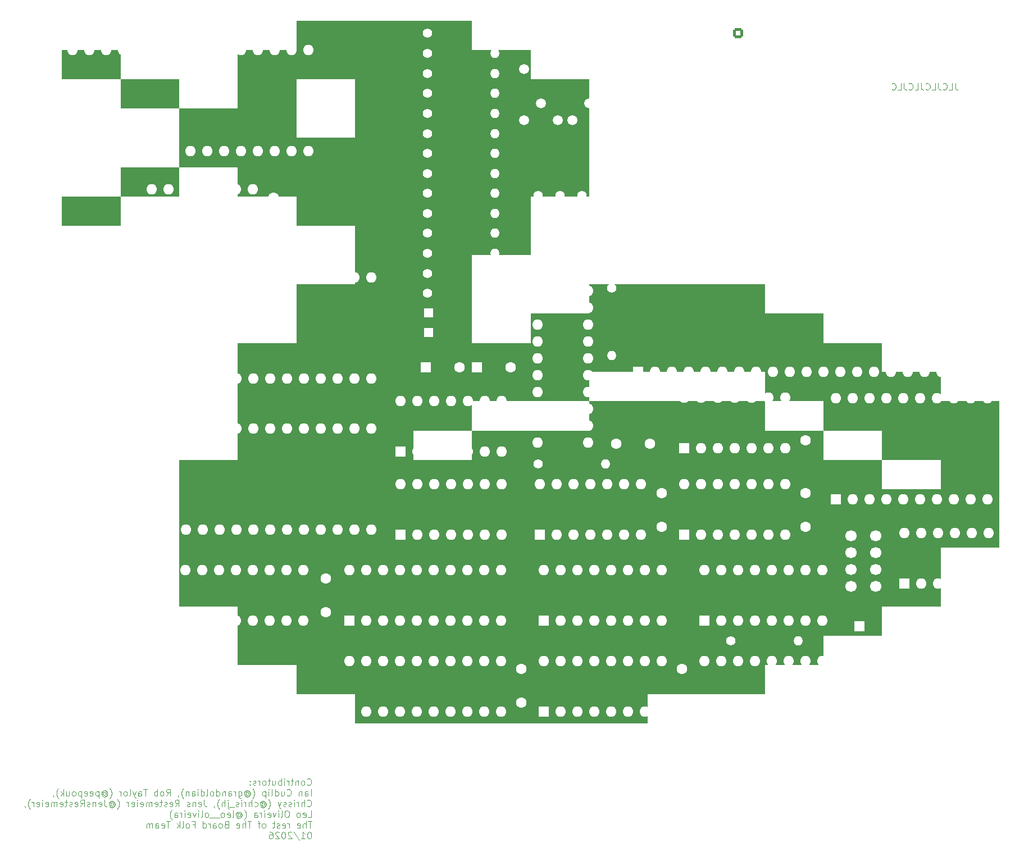
<source format=gbr>
%TF.GenerationSoftware,KiCad,Pcbnew,9.0.6*%
%TF.CreationDate,2026-01-15T01:14:34+00:00*%
%TF.ProjectId,EinsteinCE,45696e73-7465-4696-9e43-452e6b696361,rev?*%
%TF.SameCoordinates,Original*%
%TF.FileFunction,Legend,Bot*%
%TF.FilePolarity,Positive*%
%FSLAX46Y46*%
G04 Gerber Fmt 4.6, Leading zero omitted, Abs format (unit mm)*
G04 Created by KiCad (PCBNEW 9.0.6) date 2026-01-15 01:14:34*
%MOMM*%
%LPD*%
G01*
G04 APERTURE LIST*
G04 Aperture macros list*
%AMRoundRect*
0 Rectangle with rounded corners*
0 $1 Rounding radius*
0 $2 $3 $4 $5 $6 $7 $8 $9 X,Y pos of 4 corners*
0 Add a 4 corners polygon primitive as box body*
4,1,4,$2,$3,$4,$5,$6,$7,$8,$9,$2,$3,0*
0 Add four circle primitives for the rounded corners*
1,1,$1+$1,$2,$3*
1,1,$1+$1,$4,$5*
1,1,$1+$1,$6,$7*
1,1,$1+$1,$8,$9*
0 Add four rect primitives between the rounded corners*
20,1,$1+$1,$2,$3,$4,$5,0*
20,1,$1+$1,$4,$5,$6,$7,0*
20,1,$1+$1,$6,$7,$8,$9,0*
20,1,$1+$1,$8,$9,$2,$3,0*%
G04 Aperture macros list end*
%ADD10C,0.100000*%
%ADD11C,0.000000*%
%ADD12C,1.400000*%
%ADD13O,1.400000X1.400000*%
%ADD14C,1.600000*%
%ADD15R,1.600000X1.600000*%
%ADD16O,1.600000X1.600000*%
%ADD17C,1.700000*%
%ADD18C,1.800000*%
%ADD19C,1.500000*%
%ADD20C,0.800000*%
%ADD21C,7.620000*%
%ADD22O,1.700000X1.700000*%
%ADD23C,2.550000*%
%ADD24C,3.616000*%
%ADD25R,3.000000X3.000000*%
%ADD26C,3.000000*%
%ADD27C,2.100000*%
%ADD28C,1.750000*%
%ADD29RoundRect,0.250000X0.550000X-0.550000X0.550000X0.550000X-0.550000X0.550000X-0.550000X-0.550000X0*%
%ADD30R,1.800000X1.800000*%
%ADD31R,1.700000X1.700000*%
%ADD32R,1.400000X1.400000*%
%ADD33C,1.200000*%
%ADD34O,2.616000X1.308000*%
%ADD35O,1.308000X2.616000*%
%ADD36O,2.000000X3.500000*%
%ADD37O,4.000000X2.000000*%
%ADD38C,2.000000*%
%ADD39R,3.500000X3.500000*%
%ADD40RoundRect,0.750000X-1.000000X0.750000X-1.000000X-0.750000X1.000000X-0.750000X1.000000X0.750000X0*%
%ADD41RoundRect,0.875000X-0.875000X0.875000X-0.875000X-0.875000X0.875000X-0.875000X0.875000X0.875000X0*%
G04 APERTURE END LIST*
D10*
X198210401Y-79092419D02*
X198210401Y-79806704D01*
X198210401Y-79806704D02*
X198258020Y-79949561D01*
X198258020Y-79949561D02*
X198353258Y-80044800D01*
X198353258Y-80044800D02*
X198496115Y-80092419D01*
X198496115Y-80092419D02*
X198591353Y-80092419D01*
X197258020Y-80092419D02*
X197734210Y-80092419D01*
X197734210Y-80092419D02*
X197734210Y-79092419D01*
X196353258Y-79997180D02*
X196400877Y-80044800D01*
X196400877Y-80044800D02*
X196543734Y-80092419D01*
X196543734Y-80092419D02*
X196638972Y-80092419D01*
X196638972Y-80092419D02*
X196781829Y-80044800D01*
X196781829Y-80044800D02*
X196877067Y-79949561D01*
X196877067Y-79949561D02*
X196924686Y-79854323D01*
X196924686Y-79854323D02*
X196972305Y-79663847D01*
X196972305Y-79663847D02*
X196972305Y-79520990D01*
X196972305Y-79520990D02*
X196924686Y-79330514D01*
X196924686Y-79330514D02*
X196877067Y-79235276D01*
X196877067Y-79235276D02*
X196781829Y-79140038D01*
X196781829Y-79140038D02*
X196638972Y-79092419D01*
X196638972Y-79092419D02*
X196543734Y-79092419D01*
X196543734Y-79092419D02*
X196400877Y-79140038D01*
X196400877Y-79140038D02*
X196353258Y-79187657D01*
X195638972Y-79092419D02*
X195638972Y-79806704D01*
X195638972Y-79806704D02*
X195686591Y-79949561D01*
X195686591Y-79949561D02*
X195781829Y-80044800D01*
X195781829Y-80044800D02*
X195924686Y-80092419D01*
X195924686Y-80092419D02*
X196019924Y-80092419D01*
X194686591Y-80092419D02*
X195162781Y-80092419D01*
X195162781Y-80092419D02*
X195162781Y-79092419D01*
X193781829Y-79997180D02*
X193829448Y-80044800D01*
X193829448Y-80044800D02*
X193972305Y-80092419D01*
X193972305Y-80092419D02*
X194067543Y-80092419D01*
X194067543Y-80092419D02*
X194210400Y-80044800D01*
X194210400Y-80044800D02*
X194305638Y-79949561D01*
X194305638Y-79949561D02*
X194353257Y-79854323D01*
X194353257Y-79854323D02*
X194400876Y-79663847D01*
X194400876Y-79663847D02*
X194400876Y-79520990D01*
X194400876Y-79520990D02*
X194353257Y-79330514D01*
X194353257Y-79330514D02*
X194305638Y-79235276D01*
X194305638Y-79235276D02*
X194210400Y-79140038D01*
X194210400Y-79140038D02*
X194067543Y-79092419D01*
X194067543Y-79092419D02*
X193972305Y-79092419D01*
X193972305Y-79092419D02*
X193829448Y-79140038D01*
X193829448Y-79140038D02*
X193781829Y-79187657D01*
X193067543Y-79092419D02*
X193067543Y-79806704D01*
X193067543Y-79806704D02*
X193115162Y-79949561D01*
X193115162Y-79949561D02*
X193210400Y-80044800D01*
X193210400Y-80044800D02*
X193353257Y-80092419D01*
X193353257Y-80092419D02*
X193448495Y-80092419D01*
X192115162Y-80092419D02*
X192591352Y-80092419D01*
X192591352Y-80092419D02*
X192591352Y-79092419D01*
X191210400Y-79997180D02*
X191258019Y-80044800D01*
X191258019Y-80044800D02*
X191400876Y-80092419D01*
X191400876Y-80092419D02*
X191496114Y-80092419D01*
X191496114Y-80092419D02*
X191638971Y-80044800D01*
X191638971Y-80044800D02*
X191734209Y-79949561D01*
X191734209Y-79949561D02*
X191781828Y-79854323D01*
X191781828Y-79854323D02*
X191829447Y-79663847D01*
X191829447Y-79663847D02*
X191829447Y-79520990D01*
X191829447Y-79520990D02*
X191781828Y-79330514D01*
X191781828Y-79330514D02*
X191734209Y-79235276D01*
X191734209Y-79235276D02*
X191638971Y-79140038D01*
X191638971Y-79140038D02*
X191496114Y-79092419D01*
X191496114Y-79092419D02*
X191400876Y-79092419D01*
X191400876Y-79092419D02*
X191258019Y-79140038D01*
X191258019Y-79140038D02*
X191210400Y-79187657D01*
X190496114Y-79092419D02*
X190496114Y-79806704D01*
X190496114Y-79806704D02*
X190543733Y-79949561D01*
X190543733Y-79949561D02*
X190638971Y-80044800D01*
X190638971Y-80044800D02*
X190781828Y-80092419D01*
X190781828Y-80092419D02*
X190877066Y-80092419D01*
X189543733Y-80092419D02*
X190019923Y-80092419D01*
X190019923Y-80092419D02*
X190019923Y-79092419D01*
X188638971Y-79997180D02*
X188686590Y-80044800D01*
X188686590Y-80044800D02*
X188829447Y-80092419D01*
X188829447Y-80092419D02*
X188924685Y-80092419D01*
X188924685Y-80092419D02*
X189067542Y-80044800D01*
X189067542Y-80044800D02*
X189162780Y-79949561D01*
X189162780Y-79949561D02*
X189210399Y-79854323D01*
X189210399Y-79854323D02*
X189258018Y-79663847D01*
X189258018Y-79663847D02*
X189258018Y-79520990D01*
X189258018Y-79520990D02*
X189210399Y-79330514D01*
X189210399Y-79330514D02*
X189162780Y-79235276D01*
X189162780Y-79235276D02*
X189067542Y-79140038D01*
X189067542Y-79140038D02*
X188924685Y-79092419D01*
X188924685Y-79092419D02*
X188829447Y-79092419D01*
X188829447Y-79092419D02*
X188686590Y-79140038D01*
X188686590Y-79140038D02*
X188638971Y-79187657D01*
X100524687Y-184817460D02*
X100572306Y-184865080D01*
X100572306Y-184865080D02*
X100715163Y-184912699D01*
X100715163Y-184912699D02*
X100810401Y-184912699D01*
X100810401Y-184912699D02*
X100953258Y-184865080D01*
X100953258Y-184865080D02*
X101048496Y-184769841D01*
X101048496Y-184769841D02*
X101096115Y-184674603D01*
X101096115Y-184674603D02*
X101143734Y-184484127D01*
X101143734Y-184484127D02*
X101143734Y-184341270D01*
X101143734Y-184341270D02*
X101096115Y-184150794D01*
X101096115Y-184150794D02*
X101048496Y-184055556D01*
X101048496Y-184055556D02*
X100953258Y-183960318D01*
X100953258Y-183960318D02*
X100810401Y-183912699D01*
X100810401Y-183912699D02*
X100715163Y-183912699D01*
X100715163Y-183912699D02*
X100572306Y-183960318D01*
X100572306Y-183960318D02*
X100524687Y-184007937D01*
X99953258Y-184912699D02*
X100048496Y-184865080D01*
X100048496Y-184865080D02*
X100096115Y-184817460D01*
X100096115Y-184817460D02*
X100143734Y-184722222D01*
X100143734Y-184722222D02*
X100143734Y-184436508D01*
X100143734Y-184436508D02*
X100096115Y-184341270D01*
X100096115Y-184341270D02*
X100048496Y-184293651D01*
X100048496Y-184293651D02*
X99953258Y-184246032D01*
X99953258Y-184246032D02*
X99810401Y-184246032D01*
X99810401Y-184246032D02*
X99715163Y-184293651D01*
X99715163Y-184293651D02*
X99667544Y-184341270D01*
X99667544Y-184341270D02*
X99619925Y-184436508D01*
X99619925Y-184436508D02*
X99619925Y-184722222D01*
X99619925Y-184722222D02*
X99667544Y-184817460D01*
X99667544Y-184817460D02*
X99715163Y-184865080D01*
X99715163Y-184865080D02*
X99810401Y-184912699D01*
X99810401Y-184912699D02*
X99953258Y-184912699D01*
X99191353Y-184246032D02*
X99191353Y-184912699D01*
X99191353Y-184341270D02*
X99143734Y-184293651D01*
X99143734Y-184293651D02*
X99048496Y-184246032D01*
X99048496Y-184246032D02*
X98905639Y-184246032D01*
X98905639Y-184246032D02*
X98810401Y-184293651D01*
X98810401Y-184293651D02*
X98762782Y-184388889D01*
X98762782Y-184388889D02*
X98762782Y-184912699D01*
X98429448Y-184246032D02*
X98048496Y-184246032D01*
X98286591Y-183912699D02*
X98286591Y-184769841D01*
X98286591Y-184769841D02*
X98238972Y-184865080D01*
X98238972Y-184865080D02*
X98143734Y-184912699D01*
X98143734Y-184912699D02*
X98048496Y-184912699D01*
X97715162Y-184912699D02*
X97715162Y-184246032D01*
X97715162Y-184436508D02*
X97667543Y-184341270D01*
X97667543Y-184341270D02*
X97619924Y-184293651D01*
X97619924Y-184293651D02*
X97524686Y-184246032D01*
X97524686Y-184246032D02*
X97429448Y-184246032D01*
X97096114Y-184912699D02*
X97096114Y-184246032D01*
X97096114Y-183912699D02*
X97143733Y-183960318D01*
X97143733Y-183960318D02*
X97096114Y-184007937D01*
X97096114Y-184007937D02*
X97048495Y-183960318D01*
X97048495Y-183960318D02*
X97096114Y-183912699D01*
X97096114Y-183912699D02*
X97096114Y-184007937D01*
X96619924Y-184912699D02*
X96619924Y-183912699D01*
X96619924Y-184293651D02*
X96524686Y-184246032D01*
X96524686Y-184246032D02*
X96334210Y-184246032D01*
X96334210Y-184246032D02*
X96238972Y-184293651D01*
X96238972Y-184293651D02*
X96191353Y-184341270D01*
X96191353Y-184341270D02*
X96143734Y-184436508D01*
X96143734Y-184436508D02*
X96143734Y-184722222D01*
X96143734Y-184722222D02*
X96191353Y-184817460D01*
X96191353Y-184817460D02*
X96238972Y-184865080D01*
X96238972Y-184865080D02*
X96334210Y-184912699D01*
X96334210Y-184912699D02*
X96524686Y-184912699D01*
X96524686Y-184912699D02*
X96619924Y-184865080D01*
X95286591Y-184246032D02*
X95286591Y-184912699D01*
X95715162Y-184246032D02*
X95715162Y-184769841D01*
X95715162Y-184769841D02*
X95667543Y-184865080D01*
X95667543Y-184865080D02*
X95572305Y-184912699D01*
X95572305Y-184912699D02*
X95429448Y-184912699D01*
X95429448Y-184912699D02*
X95334210Y-184865080D01*
X95334210Y-184865080D02*
X95286591Y-184817460D01*
X94953257Y-184246032D02*
X94572305Y-184246032D01*
X94810400Y-183912699D02*
X94810400Y-184769841D01*
X94810400Y-184769841D02*
X94762781Y-184865080D01*
X94762781Y-184865080D02*
X94667543Y-184912699D01*
X94667543Y-184912699D02*
X94572305Y-184912699D01*
X94096114Y-184912699D02*
X94191352Y-184865080D01*
X94191352Y-184865080D02*
X94238971Y-184817460D01*
X94238971Y-184817460D02*
X94286590Y-184722222D01*
X94286590Y-184722222D02*
X94286590Y-184436508D01*
X94286590Y-184436508D02*
X94238971Y-184341270D01*
X94238971Y-184341270D02*
X94191352Y-184293651D01*
X94191352Y-184293651D02*
X94096114Y-184246032D01*
X94096114Y-184246032D02*
X93953257Y-184246032D01*
X93953257Y-184246032D02*
X93858019Y-184293651D01*
X93858019Y-184293651D02*
X93810400Y-184341270D01*
X93810400Y-184341270D02*
X93762781Y-184436508D01*
X93762781Y-184436508D02*
X93762781Y-184722222D01*
X93762781Y-184722222D02*
X93810400Y-184817460D01*
X93810400Y-184817460D02*
X93858019Y-184865080D01*
X93858019Y-184865080D02*
X93953257Y-184912699D01*
X93953257Y-184912699D02*
X94096114Y-184912699D01*
X93334209Y-184912699D02*
X93334209Y-184246032D01*
X93334209Y-184436508D02*
X93286590Y-184341270D01*
X93286590Y-184341270D02*
X93238971Y-184293651D01*
X93238971Y-184293651D02*
X93143733Y-184246032D01*
X93143733Y-184246032D02*
X93048495Y-184246032D01*
X92762780Y-184865080D02*
X92667542Y-184912699D01*
X92667542Y-184912699D02*
X92477066Y-184912699D01*
X92477066Y-184912699D02*
X92381828Y-184865080D01*
X92381828Y-184865080D02*
X92334209Y-184769841D01*
X92334209Y-184769841D02*
X92334209Y-184722222D01*
X92334209Y-184722222D02*
X92381828Y-184626984D01*
X92381828Y-184626984D02*
X92477066Y-184579365D01*
X92477066Y-184579365D02*
X92619923Y-184579365D01*
X92619923Y-184579365D02*
X92715161Y-184531746D01*
X92715161Y-184531746D02*
X92762780Y-184436508D01*
X92762780Y-184436508D02*
X92762780Y-184388889D01*
X92762780Y-184388889D02*
X92715161Y-184293651D01*
X92715161Y-184293651D02*
X92619923Y-184246032D01*
X92619923Y-184246032D02*
X92477066Y-184246032D01*
X92477066Y-184246032D02*
X92381828Y-184293651D01*
X91905637Y-184817460D02*
X91858018Y-184865080D01*
X91858018Y-184865080D02*
X91905637Y-184912699D01*
X91905637Y-184912699D02*
X91953256Y-184865080D01*
X91953256Y-184865080D02*
X91905637Y-184817460D01*
X91905637Y-184817460D02*
X91905637Y-184912699D01*
X91905637Y-184293651D02*
X91858018Y-184341270D01*
X91858018Y-184341270D02*
X91905637Y-184388889D01*
X91905637Y-184388889D02*
X91953256Y-184341270D01*
X91953256Y-184341270D02*
X91905637Y-184293651D01*
X91905637Y-184293651D02*
X91905637Y-184388889D01*
X101096115Y-186522643D02*
X101096115Y-185522643D01*
X100191354Y-186522643D02*
X100191354Y-185998833D01*
X100191354Y-185998833D02*
X100238973Y-185903595D01*
X100238973Y-185903595D02*
X100334211Y-185855976D01*
X100334211Y-185855976D02*
X100524687Y-185855976D01*
X100524687Y-185855976D02*
X100619925Y-185903595D01*
X100191354Y-186475024D02*
X100286592Y-186522643D01*
X100286592Y-186522643D02*
X100524687Y-186522643D01*
X100524687Y-186522643D02*
X100619925Y-186475024D01*
X100619925Y-186475024D02*
X100667544Y-186379785D01*
X100667544Y-186379785D02*
X100667544Y-186284547D01*
X100667544Y-186284547D02*
X100619925Y-186189309D01*
X100619925Y-186189309D02*
X100524687Y-186141690D01*
X100524687Y-186141690D02*
X100286592Y-186141690D01*
X100286592Y-186141690D02*
X100191354Y-186094071D01*
X99715163Y-185855976D02*
X99715163Y-186522643D01*
X99715163Y-185951214D02*
X99667544Y-185903595D01*
X99667544Y-185903595D02*
X99572306Y-185855976D01*
X99572306Y-185855976D02*
X99429449Y-185855976D01*
X99429449Y-185855976D02*
X99334211Y-185903595D01*
X99334211Y-185903595D02*
X99286592Y-185998833D01*
X99286592Y-185998833D02*
X99286592Y-186522643D01*
X97477068Y-186427404D02*
X97524687Y-186475024D01*
X97524687Y-186475024D02*
X97667544Y-186522643D01*
X97667544Y-186522643D02*
X97762782Y-186522643D01*
X97762782Y-186522643D02*
X97905639Y-186475024D01*
X97905639Y-186475024D02*
X98000877Y-186379785D01*
X98000877Y-186379785D02*
X98048496Y-186284547D01*
X98048496Y-186284547D02*
X98096115Y-186094071D01*
X98096115Y-186094071D02*
X98096115Y-185951214D01*
X98096115Y-185951214D02*
X98048496Y-185760738D01*
X98048496Y-185760738D02*
X98000877Y-185665500D01*
X98000877Y-185665500D02*
X97905639Y-185570262D01*
X97905639Y-185570262D02*
X97762782Y-185522643D01*
X97762782Y-185522643D02*
X97667544Y-185522643D01*
X97667544Y-185522643D02*
X97524687Y-185570262D01*
X97524687Y-185570262D02*
X97477068Y-185617881D01*
X96619925Y-185855976D02*
X96619925Y-186522643D01*
X97048496Y-185855976D02*
X97048496Y-186379785D01*
X97048496Y-186379785D02*
X97000877Y-186475024D01*
X97000877Y-186475024D02*
X96905639Y-186522643D01*
X96905639Y-186522643D02*
X96762782Y-186522643D01*
X96762782Y-186522643D02*
X96667544Y-186475024D01*
X96667544Y-186475024D02*
X96619925Y-186427404D01*
X95715163Y-186522643D02*
X95715163Y-185522643D01*
X95715163Y-186475024D02*
X95810401Y-186522643D01*
X95810401Y-186522643D02*
X96000877Y-186522643D01*
X96000877Y-186522643D02*
X96096115Y-186475024D01*
X96096115Y-186475024D02*
X96143734Y-186427404D01*
X96143734Y-186427404D02*
X96191353Y-186332166D01*
X96191353Y-186332166D02*
X96191353Y-186046452D01*
X96191353Y-186046452D02*
X96143734Y-185951214D01*
X96143734Y-185951214D02*
X96096115Y-185903595D01*
X96096115Y-185903595D02*
X96000877Y-185855976D01*
X96000877Y-185855976D02*
X95810401Y-185855976D01*
X95810401Y-185855976D02*
X95715163Y-185903595D01*
X95096115Y-186522643D02*
X95191353Y-186475024D01*
X95191353Y-186475024D02*
X95238972Y-186379785D01*
X95238972Y-186379785D02*
X95238972Y-185522643D01*
X94715162Y-186522643D02*
X94715162Y-185855976D01*
X94715162Y-185522643D02*
X94762781Y-185570262D01*
X94762781Y-185570262D02*
X94715162Y-185617881D01*
X94715162Y-185617881D02*
X94667543Y-185570262D01*
X94667543Y-185570262D02*
X94715162Y-185522643D01*
X94715162Y-185522643D02*
X94715162Y-185617881D01*
X94238972Y-185855976D02*
X94238972Y-186855976D01*
X94238972Y-185903595D02*
X94143734Y-185855976D01*
X94143734Y-185855976D02*
X93953258Y-185855976D01*
X93953258Y-185855976D02*
X93858020Y-185903595D01*
X93858020Y-185903595D02*
X93810401Y-185951214D01*
X93810401Y-185951214D02*
X93762782Y-186046452D01*
X93762782Y-186046452D02*
X93762782Y-186332166D01*
X93762782Y-186332166D02*
X93810401Y-186427404D01*
X93810401Y-186427404D02*
X93858020Y-186475024D01*
X93858020Y-186475024D02*
X93953258Y-186522643D01*
X93953258Y-186522643D02*
X94143734Y-186522643D01*
X94143734Y-186522643D02*
X94238972Y-186475024D01*
X92286591Y-186903595D02*
X92334210Y-186855976D01*
X92334210Y-186855976D02*
X92429448Y-186713119D01*
X92429448Y-186713119D02*
X92477067Y-186617881D01*
X92477067Y-186617881D02*
X92524686Y-186475024D01*
X92524686Y-186475024D02*
X92572305Y-186236928D01*
X92572305Y-186236928D02*
X92572305Y-186046452D01*
X92572305Y-186046452D02*
X92524686Y-185808357D01*
X92524686Y-185808357D02*
X92477067Y-185665500D01*
X92477067Y-185665500D02*
X92429448Y-185570262D01*
X92429448Y-185570262D02*
X92334210Y-185427404D01*
X92334210Y-185427404D02*
X92286591Y-185379785D01*
X91286591Y-186046452D02*
X91334210Y-185998833D01*
X91334210Y-185998833D02*
X91429448Y-185951214D01*
X91429448Y-185951214D02*
X91524686Y-185951214D01*
X91524686Y-185951214D02*
X91619924Y-185998833D01*
X91619924Y-185998833D02*
X91667543Y-186046452D01*
X91667543Y-186046452D02*
X91715162Y-186141690D01*
X91715162Y-186141690D02*
X91715162Y-186236928D01*
X91715162Y-186236928D02*
X91667543Y-186332166D01*
X91667543Y-186332166D02*
X91619924Y-186379785D01*
X91619924Y-186379785D02*
X91524686Y-186427404D01*
X91524686Y-186427404D02*
X91429448Y-186427404D01*
X91429448Y-186427404D02*
X91334210Y-186379785D01*
X91334210Y-186379785D02*
X91286591Y-186332166D01*
X91286591Y-185951214D02*
X91286591Y-186332166D01*
X91286591Y-186332166D02*
X91238972Y-186379785D01*
X91238972Y-186379785D02*
X91191353Y-186379785D01*
X91191353Y-186379785D02*
X91096114Y-186332166D01*
X91096114Y-186332166D02*
X91048495Y-186236928D01*
X91048495Y-186236928D02*
X91048495Y-185998833D01*
X91048495Y-185998833D02*
X91143734Y-185855976D01*
X91143734Y-185855976D02*
X91286591Y-185760738D01*
X91286591Y-185760738D02*
X91477067Y-185713119D01*
X91477067Y-185713119D02*
X91667543Y-185760738D01*
X91667543Y-185760738D02*
X91810400Y-185855976D01*
X91810400Y-185855976D02*
X91905638Y-185998833D01*
X91905638Y-185998833D02*
X91953257Y-186189309D01*
X91953257Y-186189309D02*
X91905638Y-186379785D01*
X91905638Y-186379785D02*
X91810400Y-186522643D01*
X91810400Y-186522643D02*
X91667543Y-186617881D01*
X91667543Y-186617881D02*
X91477067Y-186665500D01*
X91477067Y-186665500D02*
X91286591Y-186617881D01*
X91286591Y-186617881D02*
X91143734Y-186522643D01*
X90191353Y-185855976D02*
X90191353Y-186665500D01*
X90191353Y-186665500D02*
X90238972Y-186760738D01*
X90238972Y-186760738D02*
X90286591Y-186808357D01*
X90286591Y-186808357D02*
X90381829Y-186855976D01*
X90381829Y-186855976D02*
X90524686Y-186855976D01*
X90524686Y-186855976D02*
X90619924Y-186808357D01*
X90191353Y-186475024D02*
X90286591Y-186522643D01*
X90286591Y-186522643D02*
X90477067Y-186522643D01*
X90477067Y-186522643D02*
X90572305Y-186475024D01*
X90572305Y-186475024D02*
X90619924Y-186427404D01*
X90619924Y-186427404D02*
X90667543Y-186332166D01*
X90667543Y-186332166D02*
X90667543Y-186046452D01*
X90667543Y-186046452D02*
X90619924Y-185951214D01*
X90619924Y-185951214D02*
X90572305Y-185903595D01*
X90572305Y-185903595D02*
X90477067Y-185855976D01*
X90477067Y-185855976D02*
X90286591Y-185855976D01*
X90286591Y-185855976D02*
X90191353Y-185903595D01*
X89715162Y-186522643D02*
X89715162Y-185855976D01*
X89715162Y-186046452D02*
X89667543Y-185951214D01*
X89667543Y-185951214D02*
X89619924Y-185903595D01*
X89619924Y-185903595D02*
X89524686Y-185855976D01*
X89524686Y-185855976D02*
X89429448Y-185855976D01*
X88667543Y-186522643D02*
X88667543Y-185998833D01*
X88667543Y-185998833D02*
X88715162Y-185903595D01*
X88715162Y-185903595D02*
X88810400Y-185855976D01*
X88810400Y-185855976D02*
X89000876Y-185855976D01*
X89000876Y-185855976D02*
X89096114Y-185903595D01*
X88667543Y-186475024D02*
X88762781Y-186522643D01*
X88762781Y-186522643D02*
X89000876Y-186522643D01*
X89000876Y-186522643D02*
X89096114Y-186475024D01*
X89096114Y-186475024D02*
X89143733Y-186379785D01*
X89143733Y-186379785D02*
X89143733Y-186284547D01*
X89143733Y-186284547D02*
X89096114Y-186189309D01*
X89096114Y-186189309D02*
X89000876Y-186141690D01*
X89000876Y-186141690D02*
X88762781Y-186141690D01*
X88762781Y-186141690D02*
X88667543Y-186094071D01*
X88191352Y-185855976D02*
X88191352Y-186522643D01*
X88191352Y-185951214D02*
X88143733Y-185903595D01*
X88143733Y-185903595D02*
X88048495Y-185855976D01*
X88048495Y-185855976D02*
X87905638Y-185855976D01*
X87905638Y-185855976D02*
X87810400Y-185903595D01*
X87810400Y-185903595D02*
X87762781Y-185998833D01*
X87762781Y-185998833D02*
X87762781Y-186522643D01*
X86858019Y-186522643D02*
X86858019Y-185522643D01*
X86858019Y-186475024D02*
X86953257Y-186522643D01*
X86953257Y-186522643D02*
X87143733Y-186522643D01*
X87143733Y-186522643D02*
X87238971Y-186475024D01*
X87238971Y-186475024D02*
X87286590Y-186427404D01*
X87286590Y-186427404D02*
X87334209Y-186332166D01*
X87334209Y-186332166D02*
X87334209Y-186046452D01*
X87334209Y-186046452D02*
X87286590Y-185951214D01*
X87286590Y-185951214D02*
X87238971Y-185903595D01*
X87238971Y-185903595D02*
X87143733Y-185855976D01*
X87143733Y-185855976D02*
X86953257Y-185855976D01*
X86953257Y-185855976D02*
X86858019Y-185903595D01*
X86238971Y-186522643D02*
X86334209Y-186475024D01*
X86334209Y-186475024D02*
X86381828Y-186427404D01*
X86381828Y-186427404D02*
X86429447Y-186332166D01*
X86429447Y-186332166D02*
X86429447Y-186046452D01*
X86429447Y-186046452D02*
X86381828Y-185951214D01*
X86381828Y-185951214D02*
X86334209Y-185903595D01*
X86334209Y-185903595D02*
X86238971Y-185855976D01*
X86238971Y-185855976D02*
X86096114Y-185855976D01*
X86096114Y-185855976D02*
X86000876Y-185903595D01*
X86000876Y-185903595D02*
X85953257Y-185951214D01*
X85953257Y-185951214D02*
X85905638Y-186046452D01*
X85905638Y-186046452D02*
X85905638Y-186332166D01*
X85905638Y-186332166D02*
X85953257Y-186427404D01*
X85953257Y-186427404D02*
X86000876Y-186475024D01*
X86000876Y-186475024D02*
X86096114Y-186522643D01*
X86096114Y-186522643D02*
X86238971Y-186522643D01*
X85334209Y-186522643D02*
X85429447Y-186475024D01*
X85429447Y-186475024D02*
X85477066Y-186379785D01*
X85477066Y-186379785D02*
X85477066Y-185522643D01*
X84524685Y-186522643D02*
X84524685Y-185522643D01*
X84524685Y-186475024D02*
X84619923Y-186522643D01*
X84619923Y-186522643D02*
X84810399Y-186522643D01*
X84810399Y-186522643D02*
X84905637Y-186475024D01*
X84905637Y-186475024D02*
X84953256Y-186427404D01*
X84953256Y-186427404D02*
X85000875Y-186332166D01*
X85000875Y-186332166D02*
X85000875Y-186046452D01*
X85000875Y-186046452D02*
X84953256Y-185951214D01*
X84953256Y-185951214D02*
X84905637Y-185903595D01*
X84905637Y-185903595D02*
X84810399Y-185855976D01*
X84810399Y-185855976D02*
X84619923Y-185855976D01*
X84619923Y-185855976D02*
X84524685Y-185903595D01*
X84048494Y-186522643D02*
X84048494Y-185855976D01*
X84048494Y-185522643D02*
X84096113Y-185570262D01*
X84096113Y-185570262D02*
X84048494Y-185617881D01*
X84048494Y-185617881D02*
X84000875Y-185570262D01*
X84000875Y-185570262D02*
X84048494Y-185522643D01*
X84048494Y-185522643D02*
X84048494Y-185617881D01*
X83143733Y-186522643D02*
X83143733Y-185998833D01*
X83143733Y-185998833D02*
X83191352Y-185903595D01*
X83191352Y-185903595D02*
X83286590Y-185855976D01*
X83286590Y-185855976D02*
X83477066Y-185855976D01*
X83477066Y-185855976D02*
X83572304Y-185903595D01*
X83143733Y-186475024D02*
X83238971Y-186522643D01*
X83238971Y-186522643D02*
X83477066Y-186522643D01*
X83477066Y-186522643D02*
X83572304Y-186475024D01*
X83572304Y-186475024D02*
X83619923Y-186379785D01*
X83619923Y-186379785D02*
X83619923Y-186284547D01*
X83619923Y-186284547D02*
X83572304Y-186189309D01*
X83572304Y-186189309D02*
X83477066Y-186141690D01*
X83477066Y-186141690D02*
X83238971Y-186141690D01*
X83238971Y-186141690D02*
X83143733Y-186094071D01*
X82667542Y-185855976D02*
X82667542Y-186522643D01*
X82667542Y-185951214D02*
X82619923Y-185903595D01*
X82619923Y-185903595D02*
X82524685Y-185855976D01*
X82524685Y-185855976D02*
X82381828Y-185855976D01*
X82381828Y-185855976D02*
X82286590Y-185903595D01*
X82286590Y-185903595D02*
X82238971Y-185998833D01*
X82238971Y-185998833D02*
X82238971Y-186522643D01*
X81858018Y-186903595D02*
X81810399Y-186855976D01*
X81810399Y-186855976D02*
X81715161Y-186713119D01*
X81715161Y-186713119D02*
X81667542Y-186617881D01*
X81667542Y-186617881D02*
X81619923Y-186475024D01*
X81619923Y-186475024D02*
X81572304Y-186236928D01*
X81572304Y-186236928D02*
X81572304Y-186046452D01*
X81572304Y-186046452D02*
X81619923Y-185808357D01*
X81619923Y-185808357D02*
X81667542Y-185665500D01*
X81667542Y-185665500D02*
X81715161Y-185570262D01*
X81715161Y-185570262D02*
X81810399Y-185427404D01*
X81810399Y-185427404D02*
X81858018Y-185379785D01*
X81048494Y-186475024D02*
X81048494Y-186522643D01*
X81048494Y-186522643D02*
X81096113Y-186617881D01*
X81096113Y-186617881D02*
X81143732Y-186665500D01*
X79286590Y-186522643D02*
X79619923Y-186046452D01*
X79858018Y-186522643D02*
X79858018Y-185522643D01*
X79858018Y-185522643D02*
X79477066Y-185522643D01*
X79477066Y-185522643D02*
X79381828Y-185570262D01*
X79381828Y-185570262D02*
X79334209Y-185617881D01*
X79334209Y-185617881D02*
X79286590Y-185713119D01*
X79286590Y-185713119D02*
X79286590Y-185855976D01*
X79286590Y-185855976D02*
X79334209Y-185951214D01*
X79334209Y-185951214D02*
X79381828Y-185998833D01*
X79381828Y-185998833D02*
X79477066Y-186046452D01*
X79477066Y-186046452D02*
X79858018Y-186046452D01*
X78715161Y-186522643D02*
X78810399Y-186475024D01*
X78810399Y-186475024D02*
X78858018Y-186427404D01*
X78858018Y-186427404D02*
X78905637Y-186332166D01*
X78905637Y-186332166D02*
X78905637Y-186046452D01*
X78905637Y-186046452D02*
X78858018Y-185951214D01*
X78858018Y-185951214D02*
X78810399Y-185903595D01*
X78810399Y-185903595D02*
X78715161Y-185855976D01*
X78715161Y-185855976D02*
X78572304Y-185855976D01*
X78572304Y-185855976D02*
X78477066Y-185903595D01*
X78477066Y-185903595D02*
X78429447Y-185951214D01*
X78429447Y-185951214D02*
X78381828Y-186046452D01*
X78381828Y-186046452D02*
X78381828Y-186332166D01*
X78381828Y-186332166D02*
X78429447Y-186427404D01*
X78429447Y-186427404D02*
X78477066Y-186475024D01*
X78477066Y-186475024D02*
X78572304Y-186522643D01*
X78572304Y-186522643D02*
X78715161Y-186522643D01*
X77953256Y-186522643D02*
X77953256Y-185522643D01*
X77953256Y-185903595D02*
X77858018Y-185855976D01*
X77858018Y-185855976D02*
X77667542Y-185855976D01*
X77667542Y-185855976D02*
X77572304Y-185903595D01*
X77572304Y-185903595D02*
X77524685Y-185951214D01*
X77524685Y-185951214D02*
X77477066Y-186046452D01*
X77477066Y-186046452D02*
X77477066Y-186332166D01*
X77477066Y-186332166D02*
X77524685Y-186427404D01*
X77524685Y-186427404D02*
X77572304Y-186475024D01*
X77572304Y-186475024D02*
X77667542Y-186522643D01*
X77667542Y-186522643D02*
X77858018Y-186522643D01*
X77858018Y-186522643D02*
X77953256Y-186475024D01*
X76429446Y-185522643D02*
X75858018Y-185522643D01*
X76143732Y-186522643D02*
X76143732Y-185522643D01*
X75096113Y-186522643D02*
X75096113Y-185998833D01*
X75096113Y-185998833D02*
X75143732Y-185903595D01*
X75143732Y-185903595D02*
X75238970Y-185855976D01*
X75238970Y-185855976D02*
X75429446Y-185855976D01*
X75429446Y-185855976D02*
X75524684Y-185903595D01*
X75096113Y-186475024D02*
X75191351Y-186522643D01*
X75191351Y-186522643D02*
X75429446Y-186522643D01*
X75429446Y-186522643D02*
X75524684Y-186475024D01*
X75524684Y-186475024D02*
X75572303Y-186379785D01*
X75572303Y-186379785D02*
X75572303Y-186284547D01*
X75572303Y-186284547D02*
X75524684Y-186189309D01*
X75524684Y-186189309D02*
X75429446Y-186141690D01*
X75429446Y-186141690D02*
X75191351Y-186141690D01*
X75191351Y-186141690D02*
X75096113Y-186094071D01*
X74715160Y-185855976D02*
X74477065Y-186522643D01*
X74238970Y-185855976D02*
X74477065Y-186522643D01*
X74477065Y-186522643D02*
X74572303Y-186760738D01*
X74572303Y-186760738D02*
X74619922Y-186808357D01*
X74619922Y-186808357D02*
X74715160Y-186855976D01*
X73715160Y-186522643D02*
X73810398Y-186475024D01*
X73810398Y-186475024D02*
X73858017Y-186379785D01*
X73858017Y-186379785D02*
X73858017Y-185522643D01*
X73191350Y-186522643D02*
X73286588Y-186475024D01*
X73286588Y-186475024D02*
X73334207Y-186427404D01*
X73334207Y-186427404D02*
X73381826Y-186332166D01*
X73381826Y-186332166D02*
X73381826Y-186046452D01*
X73381826Y-186046452D02*
X73334207Y-185951214D01*
X73334207Y-185951214D02*
X73286588Y-185903595D01*
X73286588Y-185903595D02*
X73191350Y-185855976D01*
X73191350Y-185855976D02*
X73048493Y-185855976D01*
X73048493Y-185855976D02*
X72953255Y-185903595D01*
X72953255Y-185903595D02*
X72905636Y-185951214D01*
X72905636Y-185951214D02*
X72858017Y-186046452D01*
X72858017Y-186046452D02*
X72858017Y-186332166D01*
X72858017Y-186332166D02*
X72905636Y-186427404D01*
X72905636Y-186427404D02*
X72953255Y-186475024D01*
X72953255Y-186475024D02*
X73048493Y-186522643D01*
X73048493Y-186522643D02*
X73191350Y-186522643D01*
X72429445Y-186522643D02*
X72429445Y-185855976D01*
X72429445Y-186046452D02*
X72381826Y-185951214D01*
X72381826Y-185951214D02*
X72334207Y-185903595D01*
X72334207Y-185903595D02*
X72238969Y-185855976D01*
X72238969Y-185855976D02*
X72143731Y-185855976D01*
X70762778Y-186903595D02*
X70810397Y-186855976D01*
X70810397Y-186855976D02*
X70905635Y-186713119D01*
X70905635Y-186713119D02*
X70953254Y-186617881D01*
X70953254Y-186617881D02*
X71000873Y-186475024D01*
X71000873Y-186475024D02*
X71048492Y-186236928D01*
X71048492Y-186236928D02*
X71048492Y-186046452D01*
X71048492Y-186046452D02*
X71000873Y-185808357D01*
X71000873Y-185808357D02*
X70953254Y-185665500D01*
X70953254Y-185665500D02*
X70905635Y-185570262D01*
X70905635Y-185570262D02*
X70810397Y-185427404D01*
X70810397Y-185427404D02*
X70762778Y-185379785D01*
X69762778Y-186046452D02*
X69810397Y-185998833D01*
X69810397Y-185998833D02*
X69905635Y-185951214D01*
X69905635Y-185951214D02*
X70000873Y-185951214D01*
X70000873Y-185951214D02*
X70096111Y-185998833D01*
X70096111Y-185998833D02*
X70143730Y-186046452D01*
X70143730Y-186046452D02*
X70191349Y-186141690D01*
X70191349Y-186141690D02*
X70191349Y-186236928D01*
X70191349Y-186236928D02*
X70143730Y-186332166D01*
X70143730Y-186332166D02*
X70096111Y-186379785D01*
X70096111Y-186379785D02*
X70000873Y-186427404D01*
X70000873Y-186427404D02*
X69905635Y-186427404D01*
X69905635Y-186427404D02*
X69810397Y-186379785D01*
X69810397Y-186379785D02*
X69762778Y-186332166D01*
X69762778Y-185951214D02*
X69762778Y-186332166D01*
X69762778Y-186332166D02*
X69715159Y-186379785D01*
X69715159Y-186379785D02*
X69667540Y-186379785D01*
X69667540Y-186379785D02*
X69572301Y-186332166D01*
X69572301Y-186332166D02*
X69524682Y-186236928D01*
X69524682Y-186236928D02*
X69524682Y-185998833D01*
X69524682Y-185998833D02*
X69619921Y-185855976D01*
X69619921Y-185855976D02*
X69762778Y-185760738D01*
X69762778Y-185760738D02*
X69953254Y-185713119D01*
X69953254Y-185713119D02*
X70143730Y-185760738D01*
X70143730Y-185760738D02*
X70286587Y-185855976D01*
X70286587Y-185855976D02*
X70381825Y-185998833D01*
X70381825Y-185998833D02*
X70429444Y-186189309D01*
X70429444Y-186189309D02*
X70381825Y-186379785D01*
X70381825Y-186379785D02*
X70286587Y-186522643D01*
X70286587Y-186522643D02*
X70143730Y-186617881D01*
X70143730Y-186617881D02*
X69953254Y-186665500D01*
X69953254Y-186665500D02*
X69762778Y-186617881D01*
X69762778Y-186617881D02*
X69619921Y-186522643D01*
X69096111Y-185855976D02*
X69096111Y-186855976D01*
X69096111Y-185903595D02*
X69000873Y-185855976D01*
X69000873Y-185855976D02*
X68810397Y-185855976D01*
X68810397Y-185855976D02*
X68715159Y-185903595D01*
X68715159Y-185903595D02*
X68667540Y-185951214D01*
X68667540Y-185951214D02*
X68619921Y-186046452D01*
X68619921Y-186046452D02*
X68619921Y-186332166D01*
X68619921Y-186332166D02*
X68667540Y-186427404D01*
X68667540Y-186427404D02*
X68715159Y-186475024D01*
X68715159Y-186475024D02*
X68810397Y-186522643D01*
X68810397Y-186522643D02*
X69000873Y-186522643D01*
X69000873Y-186522643D02*
X69096111Y-186475024D01*
X67810397Y-186475024D02*
X67905635Y-186522643D01*
X67905635Y-186522643D02*
X68096111Y-186522643D01*
X68096111Y-186522643D02*
X68191349Y-186475024D01*
X68191349Y-186475024D02*
X68238968Y-186379785D01*
X68238968Y-186379785D02*
X68238968Y-185998833D01*
X68238968Y-185998833D02*
X68191349Y-185903595D01*
X68191349Y-185903595D02*
X68096111Y-185855976D01*
X68096111Y-185855976D02*
X67905635Y-185855976D01*
X67905635Y-185855976D02*
X67810397Y-185903595D01*
X67810397Y-185903595D02*
X67762778Y-185998833D01*
X67762778Y-185998833D02*
X67762778Y-186094071D01*
X67762778Y-186094071D02*
X68238968Y-186189309D01*
X66953254Y-186475024D02*
X67048492Y-186522643D01*
X67048492Y-186522643D02*
X67238968Y-186522643D01*
X67238968Y-186522643D02*
X67334206Y-186475024D01*
X67334206Y-186475024D02*
X67381825Y-186379785D01*
X67381825Y-186379785D02*
X67381825Y-185998833D01*
X67381825Y-185998833D02*
X67334206Y-185903595D01*
X67334206Y-185903595D02*
X67238968Y-185855976D01*
X67238968Y-185855976D02*
X67048492Y-185855976D01*
X67048492Y-185855976D02*
X66953254Y-185903595D01*
X66953254Y-185903595D02*
X66905635Y-185998833D01*
X66905635Y-185998833D02*
X66905635Y-186094071D01*
X66905635Y-186094071D02*
X67381825Y-186189309D01*
X66477063Y-185855976D02*
X66477063Y-186855976D01*
X66477063Y-185903595D02*
X66381825Y-185855976D01*
X66381825Y-185855976D02*
X66191349Y-185855976D01*
X66191349Y-185855976D02*
X66096111Y-185903595D01*
X66096111Y-185903595D02*
X66048492Y-185951214D01*
X66048492Y-185951214D02*
X66000873Y-186046452D01*
X66000873Y-186046452D02*
X66000873Y-186332166D01*
X66000873Y-186332166D02*
X66048492Y-186427404D01*
X66048492Y-186427404D02*
X66096111Y-186475024D01*
X66096111Y-186475024D02*
X66191349Y-186522643D01*
X66191349Y-186522643D02*
X66381825Y-186522643D01*
X66381825Y-186522643D02*
X66477063Y-186475024D01*
X65429444Y-186522643D02*
X65524682Y-186475024D01*
X65524682Y-186475024D02*
X65572301Y-186427404D01*
X65572301Y-186427404D02*
X65619920Y-186332166D01*
X65619920Y-186332166D02*
X65619920Y-186046452D01*
X65619920Y-186046452D02*
X65572301Y-185951214D01*
X65572301Y-185951214D02*
X65524682Y-185903595D01*
X65524682Y-185903595D02*
X65429444Y-185855976D01*
X65429444Y-185855976D02*
X65286587Y-185855976D01*
X65286587Y-185855976D02*
X65191349Y-185903595D01*
X65191349Y-185903595D02*
X65143730Y-185951214D01*
X65143730Y-185951214D02*
X65096111Y-186046452D01*
X65096111Y-186046452D02*
X65096111Y-186332166D01*
X65096111Y-186332166D02*
X65143730Y-186427404D01*
X65143730Y-186427404D02*
X65191349Y-186475024D01*
X65191349Y-186475024D02*
X65286587Y-186522643D01*
X65286587Y-186522643D02*
X65429444Y-186522643D01*
X64238968Y-185855976D02*
X64238968Y-186522643D01*
X64667539Y-185855976D02*
X64667539Y-186379785D01*
X64667539Y-186379785D02*
X64619920Y-186475024D01*
X64619920Y-186475024D02*
X64524682Y-186522643D01*
X64524682Y-186522643D02*
X64381825Y-186522643D01*
X64381825Y-186522643D02*
X64286587Y-186475024D01*
X64286587Y-186475024D02*
X64238968Y-186427404D01*
X63762777Y-186522643D02*
X63762777Y-185522643D01*
X63667539Y-186141690D02*
X63381825Y-186522643D01*
X63381825Y-185855976D02*
X63762777Y-186236928D01*
X63048491Y-186903595D02*
X63000872Y-186855976D01*
X63000872Y-186855976D02*
X62905634Y-186713119D01*
X62905634Y-186713119D02*
X62858015Y-186617881D01*
X62858015Y-186617881D02*
X62810396Y-186475024D01*
X62810396Y-186475024D02*
X62762777Y-186236928D01*
X62762777Y-186236928D02*
X62762777Y-186046452D01*
X62762777Y-186046452D02*
X62810396Y-185808357D01*
X62810396Y-185808357D02*
X62858015Y-185665500D01*
X62858015Y-185665500D02*
X62905634Y-185570262D01*
X62905634Y-185570262D02*
X63000872Y-185427404D01*
X63000872Y-185427404D02*
X63048491Y-185379785D01*
X62238967Y-186475024D02*
X62238967Y-186522643D01*
X62238967Y-186522643D02*
X62286586Y-186617881D01*
X62286586Y-186617881D02*
X62334205Y-186665500D01*
X100524687Y-188037348D02*
X100572306Y-188084968D01*
X100572306Y-188084968D02*
X100715163Y-188132587D01*
X100715163Y-188132587D02*
X100810401Y-188132587D01*
X100810401Y-188132587D02*
X100953258Y-188084968D01*
X100953258Y-188084968D02*
X101048496Y-187989729D01*
X101048496Y-187989729D02*
X101096115Y-187894491D01*
X101096115Y-187894491D02*
X101143734Y-187704015D01*
X101143734Y-187704015D02*
X101143734Y-187561158D01*
X101143734Y-187561158D02*
X101096115Y-187370682D01*
X101096115Y-187370682D02*
X101048496Y-187275444D01*
X101048496Y-187275444D02*
X100953258Y-187180206D01*
X100953258Y-187180206D02*
X100810401Y-187132587D01*
X100810401Y-187132587D02*
X100715163Y-187132587D01*
X100715163Y-187132587D02*
X100572306Y-187180206D01*
X100572306Y-187180206D02*
X100524687Y-187227825D01*
X100096115Y-188132587D02*
X100096115Y-187132587D01*
X99667544Y-188132587D02*
X99667544Y-187608777D01*
X99667544Y-187608777D02*
X99715163Y-187513539D01*
X99715163Y-187513539D02*
X99810401Y-187465920D01*
X99810401Y-187465920D02*
X99953258Y-187465920D01*
X99953258Y-187465920D02*
X100048496Y-187513539D01*
X100048496Y-187513539D02*
X100096115Y-187561158D01*
X99191353Y-188132587D02*
X99191353Y-187465920D01*
X99191353Y-187656396D02*
X99143734Y-187561158D01*
X99143734Y-187561158D02*
X99096115Y-187513539D01*
X99096115Y-187513539D02*
X99000877Y-187465920D01*
X99000877Y-187465920D02*
X98905639Y-187465920D01*
X98572305Y-188132587D02*
X98572305Y-187465920D01*
X98572305Y-187132587D02*
X98619924Y-187180206D01*
X98619924Y-187180206D02*
X98572305Y-187227825D01*
X98572305Y-187227825D02*
X98524686Y-187180206D01*
X98524686Y-187180206D02*
X98572305Y-187132587D01*
X98572305Y-187132587D02*
X98572305Y-187227825D01*
X98143734Y-188084968D02*
X98048496Y-188132587D01*
X98048496Y-188132587D02*
X97858020Y-188132587D01*
X97858020Y-188132587D02*
X97762782Y-188084968D01*
X97762782Y-188084968D02*
X97715163Y-187989729D01*
X97715163Y-187989729D02*
X97715163Y-187942110D01*
X97715163Y-187942110D02*
X97762782Y-187846872D01*
X97762782Y-187846872D02*
X97858020Y-187799253D01*
X97858020Y-187799253D02*
X98000877Y-187799253D01*
X98000877Y-187799253D02*
X98096115Y-187751634D01*
X98096115Y-187751634D02*
X98143734Y-187656396D01*
X98143734Y-187656396D02*
X98143734Y-187608777D01*
X98143734Y-187608777D02*
X98096115Y-187513539D01*
X98096115Y-187513539D02*
X98000877Y-187465920D01*
X98000877Y-187465920D02*
X97858020Y-187465920D01*
X97858020Y-187465920D02*
X97762782Y-187513539D01*
X97334210Y-188084968D02*
X97238972Y-188132587D01*
X97238972Y-188132587D02*
X97048496Y-188132587D01*
X97048496Y-188132587D02*
X96953258Y-188084968D01*
X96953258Y-188084968D02*
X96905639Y-187989729D01*
X96905639Y-187989729D02*
X96905639Y-187942110D01*
X96905639Y-187942110D02*
X96953258Y-187846872D01*
X96953258Y-187846872D02*
X97048496Y-187799253D01*
X97048496Y-187799253D02*
X97191353Y-187799253D01*
X97191353Y-187799253D02*
X97286591Y-187751634D01*
X97286591Y-187751634D02*
X97334210Y-187656396D01*
X97334210Y-187656396D02*
X97334210Y-187608777D01*
X97334210Y-187608777D02*
X97286591Y-187513539D01*
X97286591Y-187513539D02*
X97191353Y-187465920D01*
X97191353Y-187465920D02*
X97048496Y-187465920D01*
X97048496Y-187465920D02*
X96953258Y-187513539D01*
X96572305Y-187465920D02*
X96334210Y-188132587D01*
X96096115Y-187465920D02*
X96334210Y-188132587D01*
X96334210Y-188132587D02*
X96429448Y-188370682D01*
X96429448Y-188370682D02*
X96477067Y-188418301D01*
X96477067Y-188418301D02*
X96572305Y-188465920D01*
X94667543Y-188513539D02*
X94715162Y-188465920D01*
X94715162Y-188465920D02*
X94810400Y-188323063D01*
X94810400Y-188323063D02*
X94858019Y-188227825D01*
X94858019Y-188227825D02*
X94905638Y-188084968D01*
X94905638Y-188084968D02*
X94953257Y-187846872D01*
X94953257Y-187846872D02*
X94953257Y-187656396D01*
X94953257Y-187656396D02*
X94905638Y-187418301D01*
X94905638Y-187418301D02*
X94858019Y-187275444D01*
X94858019Y-187275444D02*
X94810400Y-187180206D01*
X94810400Y-187180206D02*
X94715162Y-187037348D01*
X94715162Y-187037348D02*
X94667543Y-186989729D01*
X93667543Y-187656396D02*
X93715162Y-187608777D01*
X93715162Y-187608777D02*
X93810400Y-187561158D01*
X93810400Y-187561158D02*
X93905638Y-187561158D01*
X93905638Y-187561158D02*
X94000876Y-187608777D01*
X94000876Y-187608777D02*
X94048495Y-187656396D01*
X94048495Y-187656396D02*
X94096114Y-187751634D01*
X94096114Y-187751634D02*
X94096114Y-187846872D01*
X94096114Y-187846872D02*
X94048495Y-187942110D01*
X94048495Y-187942110D02*
X94000876Y-187989729D01*
X94000876Y-187989729D02*
X93905638Y-188037348D01*
X93905638Y-188037348D02*
X93810400Y-188037348D01*
X93810400Y-188037348D02*
X93715162Y-187989729D01*
X93715162Y-187989729D02*
X93667543Y-187942110D01*
X93667543Y-187561158D02*
X93667543Y-187942110D01*
X93667543Y-187942110D02*
X93619924Y-187989729D01*
X93619924Y-187989729D02*
X93572305Y-187989729D01*
X93572305Y-187989729D02*
X93477066Y-187942110D01*
X93477066Y-187942110D02*
X93429447Y-187846872D01*
X93429447Y-187846872D02*
X93429447Y-187608777D01*
X93429447Y-187608777D02*
X93524686Y-187465920D01*
X93524686Y-187465920D02*
X93667543Y-187370682D01*
X93667543Y-187370682D02*
X93858019Y-187323063D01*
X93858019Y-187323063D02*
X94048495Y-187370682D01*
X94048495Y-187370682D02*
X94191352Y-187465920D01*
X94191352Y-187465920D02*
X94286590Y-187608777D01*
X94286590Y-187608777D02*
X94334209Y-187799253D01*
X94334209Y-187799253D02*
X94286590Y-187989729D01*
X94286590Y-187989729D02*
X94191352Y-188132587D01*
X94191352Y-188132587D02*
X94048495Y-188227825D01*
X94048495Y-188227825D02*
X93858019Y-188275444D01*
X93858019Y-188275444D02*
X93667543Y-188227825D01*
X93667543Y-188227825D02*
X93524686Y-188132587D01*
X92572305Y-188084968D02*
X92667543Y-188132587D01*
X92667543Y-188132587D02*
X92858019Y-188132587D01*
X92858019Y-188132587D02*
X92953257Y-188084968D01*
X92953257Y-188084968D02*
X93000876Y-188037348D01*
X93000876Y-188037348D02*
X93048495Y-187942110D01*
X93048495Y-187942110D02*
X93048495Y-187656396D01*
X93048495Y-187656396D02*
X93000876Y-187561158D01*
X93000876Y-187561158D02*
X92953257Y-187513539D01*
X92953257Y-187513539D02*
X92858019Y-187465920D01*
X92858019Y-187465920D02*
X92667543Y-187465920D01*
X92667543Y-187465920D02*
X92572305Y-187513539D01*
X92143733Y-188132587D02*
X92143733Y-187132587D01*
X91715162Y-188132587D02*
X91715162Y-187608777D01*
X91715162Y-187608777D02*
X91762781Y-187513539D01*
X91762781Y-187513539D02*
X91858019Y-187465920D01*
X91858019Y-187465920D02*
X92000876Y-187465920D01*
X92000876Y-187465920D02*
X92096114Y-187513539D01*
X92096114Y-187513539D02*
X92143733Y-187561158D01*
X91238971Y-188132587D02*
X91238971Y-187465920D01*
X91238971Y-187656396D02*
X91191352Y-187561158D01*
X91191352Y-187561158D02*
X91143733Y-187513539D01*
X91143733Y-187513539D02*
X91048495Y-187465920D01*
X91048495Y-187465920D02*
X90953257Y-187465920D01*
X90619923Y-188132587D02*
X90619923Y-187465920D01*
X90619923Y-187132587D02*
X90667542Y-187180206D01*
X90667542Y-187180206D02*
X90619923Y-187227825D01*
X90619923Y-187227825D02*
X90572304Y-187180206D01*
X90572304Y-187180206D02*
X90619923Y-187132587D01*
X90619923Y-187132587D02*
X90619923Y-187227825D01*
X90191352Y-188084968D02*
X90096114Y-188132587D01*
X90096114Y-188132587D02*
X89905638Y-188132587D01*
X89905638Y-188132587D02*
X89810400Y-188084968D01*
X89810400Y-188084968D02*
X89762781Y-187989729D01*
X89762781Y-187989729D02*
X89762781Y-187942110D01*
X89762781Y-187942110D02*
X89810400Y-187846872D01*
X89810400Y-187846872D02*
X89905638Y-187799253D01*
X89905638Y-187799253D02*
X90048495Y-187799253D01*
X90048495Y-187799253D02*
X90143733Y-187751634D01*
X90143733Y-187751634D02*
X90191352Y-187656396D01*
X90191352Y-187656396D02*
X90191352Y-187608777D01*
X90191352Y-187608777D02*
X90143733Y-187513539D01*
X90143733Y-187513539D02*
X90048495Y-187465920D01*
X90048495Y-187465920D02*
X89905638Y-187465920D01*
X89905638Y-187465920D02*
X89810400Y-187513539D01*
X89572305Y-188227825D02*
X88810400Y-188227825D01*
X88572304Y-187465920D02*
X88572304Y-188323063D01*
X88572304Y-188323063D02*
X88619923Y-188418301D01*
X88619923Y-188418301D02*
X88715161Y-188465920D01*
X88715161Y-188465920D02*
X88762780Y-188465920D01*
X88572304Y-187132587D02*
X88619923Y-187180206D01*
X88619923Y-187180206D02*
X88572304Y-187227825D01*
X88572304Y-187227825D02*
X88524685Y-187180206D01*
X88524685Y-187180206D02*
X88572304Y-187132587D01*
X88572304Y-187132587D02*
X88572304Y-187227825D01*
X88096114Y-188132587D02*
X88096114Y-187132587D01*
X87667543Y-188132587D02*
X87667543Y-187608777D01*
X87667543Y-187608777D02*
X87715162Y-187513539D01*
X87715162Y-187513539D02*
X87810400Y-187465920D01*
X87810400Y-187465920D02*
X87953257Y-187465920D01*
X87953257Y-187465920D02*
X88048495Y-187513539D01*
X88048495Y-187513539D02*
X88096114Y-187561158D01*
X87286590Y-188513539D02*
X87238971Y-188465920D01*
X87238971Y-188465920D02*
X87143733Y-188323063D01*
X87143733Y-188323063D02*
X87096114Y-188227825D01*
X87096114Y-188227825D02*
X87048495Y-188084968D01*
X87048495Y-188084968D02*
X87000876Y-187846872D01*
X87000876Y-187846872D02*
X87000876Y-187656396D01*
X87000876Y-187656396D02*
X87048495Y-187418301D01*
X87048495Y-187418301D02*
X87096114Y-187275444D01*
X87096114Y-187275444D02*
X87143733Y-187180206D01*
X87143733Y-187180206D02*
X87238971Y-187037348D01*
X87238971Y-187037348D02*
X87286590Y-186989729D01*
X86477066Y-188084968D02*
X86477066Y-188132587D01*
X86477066Y-188132587D02*
X86524685Y-188227825D01*
X86524685Y-188227825D02*
X86572304Y-188275444D01*
X85000876Y-187132587D02*
X85000876Y-187846872D01*
X85000876Y-187846872D02*
X85048495Y-187989729D01*
X85048495Y-187989729D02*
X85143733Y-188084968D01*
X85143733Y-188084968D02*
X85286590Y-188132587D01*
X85286590Y-188132587D02*
X85381828Y-188132587D01*
X84143733Y-188084968D02*
X84238971Y-188132587D01*
X84238971Y-188132587D02*
X84429447Y-188132587D01*
X84429447Y-188132587D02*
X84524685Y-188084968D01*
X84524685Y-188084968D02*
X84572304Y-187989729D01*
X84572304Y-187989729D02*
X84572304Y-187608777D01*
X84572304Y-187608777D02*
X84524685Y-187513539D01*
X84524685Y-187513539D02*
X84429447Y-187465920D01*
X84429447Y-187465920D02*
X84238971Y-187465920D01*
X84238971Y-187465920D02*
X84143733Y-187513539D01*
X84143733Y-187513539D02*
X84096114Y-187608777D01*
X84096114Y-187608777D02*
X84096114Y-187704015D01*
X84096114Y-187704015D02*
X84572304Y-187799253D01*
X83667542Y-187465920D02*
X83667542Y-188132587D01*
X83667542Y-187561158D02*
X83619923Y-187513539D01*
X83619923Y-187513539D02*
X83524685Y-187465920D01*
X83524685Y-187465920D02*
X83381828Y-187465920D01*
X83381828Y-187465920D02*
X83286590Y-187513539D01*
X83286590Y-187513539D02*
X83238971Y-187608777D01*
X83238971Y-187608777D02*
X83238971Y-188132587D01*
X82810399Y-188084968D02*
X82715161Y-188132587D01*
X82715161Y-188132587D02*
X82524685Y-188132587D01*
X82524685Y-188132587D02*
X82429447Y-188084968D01*
X82429447Y-188084968D02*
X82381828Y-187989729D01*
X82381828Y-187989729D02*
X82381828Y-187942110D01*
X82381828Y-187942110D02*
X82429447Y-187846872D01*
X82429447Y-187846872D02*
X82524685Y-187799253D01*
X82524685Y-187799253D02*
X82667542Y-187799253D01*
X82667542Y-187799253D02*
X82762780Y-187751634D01*
X82762780Y-187751634D02*
X82810399Y-187656396D01*
X82810399Y-187656396D02*
X82810399Y-187608777D01*
X82810399Y-187608777D02*
X82762780Y-187513539D01*
X82762780Y-187513539D02*
X82667542Y-187465920D01*
X82667542Y-187465920D02*
X82524685Y-187465920D01*
X82524685Y-187465920D02*
X82429447Y-187513539D01*
X80619923Y-188132587D02*
X80953256Y-187656396D01*
X81191351Y-188132587D02*
X81191351Y-187132587D01*
X81191351Y-187132587D02*
X80810399Y-187132587D01*
X80810399Y-187132587D02*
X80715161Y-187180206D01*
X80715161Y-187180206D02*
X80667542Y-187227825D01*
X80667542Y-187227825D02*
X80619923Y-187323063D01*
X80619923Y-187323063D02*
X80619923Y-187465920D01*
X80619923Y-187465920D02*
X80667542Y-187561158D01*
X80667542Y-187561158D02*
X80715161Y-187608777D01*
X80715161Y-187608777D02*
X80810399Y-187656396D01*
X80810399Y-187656396D02*
X81191351Y-187656396D01*
X79810399Y-188084968D02*
X79905637Y-188132587D01*
X79905637Y-188132587D02*
X80096113Y-188132587D01*
X80096113Y-188132587D02*
X80191351Y-188084968D01*
X80191351Y-188084968D02*
X80238970Y-187989729D01*
X80238970Y-187989729D02*
X80238970Y-187608777D01*
X80238970Y-187608777D02*
X80191351Y-187513539D01*
X80191351Y-187513539D02*
X80096113Y-187465920D01*
X80096113Y-187465920D02*
X79905637Y-187465920D01*
X79905637Y-187465920D02*
X79810399Y-187513539D01*
X79810399Y-187513539D02*
X79762780Y-187608777D01*
X79762780Y-187608777D02*
X79762780Y-187704015D01*
X79762780Y-187704015D02*
X80238970Y-187799253D01*
X79381827Y-188084968D02*
X79286589Y-188132587D01*
X79286589Y-188132587D02*
X79096113Y-188132587D01*
X79096113Y-188132587D02*
X79000875Y-188084968D01*
X79000875Y-188084968D02*
X78953256Y-187989729D01*
X78953256Y-187989729D02*
X78953256Y-187942110D01*
X78953256Y-187942110D02*
X79000875Y-187846872D01*
X79000875Y-187846872D02*
X79096113Y-187799253D01*
X79096113Y-187799253D02*
X79238970Y-187799253D01*
X79238970Y-187799253D02*
X79334208Y-187751634D01*
X79334208Y-187751634D02*
X79381827Y-187656396D01*
X79381827Y-187656396D02*
X79381827Y-187608777D01*
X79381827Y-187608777D02*
X79334208Y-187513539D01*
X79334208Y-187513539D02*
X79238970Y-187465920D01*
X79238970Y-187465920D02*
X79096113Y-187465920D01*
X79096113Y-187465920D02*
X79000875Y-187513539D01*
X78667541Y-187465920D02*
X78286589Y-187465920D01*
X78524684Y-187132587D02*
X78524684Y-187989729D01*
X78524684Y-187989729D02*
X78477065Y-188084968D01*
X78477065Y-188084968D02*
X78381827Y-188132587D01*
X78381827Y-188132587D02*
X78286589Y-188132587D01*
X77572303Y-188084968D02*
X77667541Y-188132587D01*
X77667541Y-188132587D02*
X77858017Y-188132587D01*
X77858017Y-188132587D02*
X77953255Y-188084968D01*
X77953255Y-188084968D02*
X78000874Y-187989729D01*
X78000874Y-187989729D02*
X78000874Y-187608777D01*
X78000874Y-187608777D02*
X77953255Y-187513539D01*
X77953255Y-187513539D02*
X77858017Y-187465920D01*
X77858017Y-187465920D02*
X77667541Y-187465920D01*
X77667541Y-187465920D02*
X77572303Y-187513539D01*
X77572303Y-187513539D02*
X77524684Y-187608777D01*
X77524684Y-187608777D02*
X77524684Y-187704015D01*
X77524684Y-187704015D02*
X78000874Y-187799253D01*
X77096112Y-188132587D02*
X77096112Y-187465920D01*
X77096112Y-187561158D02*
X77048493Y-187513539D01*
X77048493Y-187513539D02*
X76953255Y-187465920D01*
X76953255Y-187465920D02*
X76810398Y-187465920D01*
X76810398Y-187465920D02*
X76715160Y-187513539D01*
X76715160Y-187513539D02*
X76667541Y-187608777D01*
X76667541Y-187608777D02*
X76667541Y-188132587D01*
X76667541Y-187608777D02*
X76619922Y-187513539D01*
X76619922Y-187513539D02*
X76524684Y-187465920D01*
X76524684Y-187465920D02*
X76381827Y-187465920D01*
X76381827Y-187465920D02*
X76286588Y-187513539D01*
X76286588Y-187513539D02*
X76238969Y-187608777D01*
X76238969Y-187608777D02*
X76238969Y-188132587D01*
X75381827Y-188084968D02*
X75477065Y-188132587D01*
X75477065Y-188132587D02*
X75667541Y-188132587D01*
X75667541Y-188132587D02*
X75762779Y-188084968D01*
X75762779Y-188084968D02*
X75810398Y-187989729D01*
X75810398Y-187989729D02*
X75810398Y-187608777D01*
X75810398Y-187608777D02*
X75762779Y-187513539D01*
X75762779Y-187513539D02*
X75667541Y-187465920D01*
X75667541Y-187465920D02*
X75477065Y-187465920D01*
X75477065Y-187465920D02*
X75381827Y-187513539D01*
X75381827Y-187513539D02*
X75334208Y-187608777D01*
X75334208Y-187608777D02*
X75334208Y-187704015D01*
X75334208Y-187704015D02*
X75810398Y-187799253D01*
X74905636Y-188132587D02*
X74905636Y-187465920D01*
X74905636Y-187132587D02*
X74953255Y-187180206D01*
X74953255Y-187180206D02*
X74905636Y-187227825D01*
X74905636Y-187227825D02*
X74858017Y-187180206D01*
X74858017Y-187180206D02*
X74905636Y-187132587D01*
X74905636Y-187132587D02*
X74905636Y-187227825D01*
X74048494Y-188084968D02*
X74143732Y-188132587D01*
X74143732Y-188132587D02*
X74334208Y-188132587D01*
X74334208Y-188132587D02*
X74429446Y-188084968D01*
X74429446Y-188084968D02*
X74477065Y-187989729D01*
X74477065Y-187989729D02*
X74477065Y-187608777D01*
X74477065Y-187608777D02*
X74429446Y-187513539D01*
X74429446Y-187513539D02*
X74334208Y-187465920D01*
X74334208Y-187465920D02*
X74143732Y-187465920D01*
X74143732Y-187465920D02*
X74048494Y-187513539D01*
X74048494Y-187513539D02*
X74000875Y-187608777D01*
X74000875Y-187608777D02*
X74000875Y-187704015D01*
X74000875Y-187704015D02*
X74477065Y-187799253D01*
X73572303Y-188132587D02*
X73572303Y-187465920D01*
X73572303Y-187656396D02*
X73524684Y-187561158D01*
X73524684Y-187561158D02*
X73477065Y-187513539D01*
X73477065Y-187513539D02*
X73381827Y-187465920D01*
X73381827Y-187465920D02*
X73286589Y-187465920D01*
X71905636Y-188513539D02*
X71953255Y-188465920D01*
X71953255Y-188465920D02*
X72048493Y-188323063D01*
X72048493Y-188323063D02*
X72096112Y-188227825D01*
X72096112Y-188227825D02*
X72143731Y-188084968D01*
X72143731Y-188084968D02*
X72191350Y-187846872D01*
X72191350Y-187846872D02*
X72191350Y-187656396D01*
X72191350Y-187656396D02*
X72143731Y-187418301D01*
X72143731Y-187418301D02*
X72096112Y-187275444D01*
X72096112Y-187275444D02*
X72048493Y-187180206D01*
X72048493Y-187180206D02*
X71953255Y-187037348D01*
X71953255Y-187037348D02*
X71905636Y-186989729D01*
X70905636Y-187656396D02*
X70953255Y-187608777D01*
X70953255Y-187608777D02*
X71048493Y-187561158D01*
X71048493Y-187561158D02*
X71143731Y-187561158D01*
X71143731Y-187561158D02*
X71238969Y-187608777D01*
X71238969Y-187608777D02*
X71286588Y-187656396D01*
X71286588Y-187656396D02*
X71334207Y-187751634D01*
X71334207Y-187751634D02*
X71334207Y-187846872D01*
X71334207Y-187846872D02*
X71286588Y-187942110D01*
X71286588Y-187942110D02*
X71238969Y-187989729D01*
X71238969Y-187989729D02*
X71143731Y-188037348D01*
X71143731Y-188037348D02*
X71048493Y-188037348D01*
X71048493Y-188037348D02*
X70953255Y-187989729D01*
X70953255Y-187989729D02*
X70905636Y-187942110D01*
X70905636Y-187561158D02*
X70905636Y-187942110D01*
X70905636Y-187942110D02*
X70858017Y-187989729D01*
X70858017Y-187989729D02*
X70810398Y-187989729D01*
X70810398Y-187989729D02*
X70715159Y-187942110D01*
X70715159Y-187942110D02*
X70667540Y-187846872D01*
X70667540Y-187846872D02*
X70667540Y-187608777D01*
X70667540Y-187608777D02*
X70762779Y-187465920D01*
X70762779Y-187465920D02*
X70905636Y-187370682D01*
X70905636Y-187370682D02*
X71096112Y-187323063D01*
X71096112Y-187323063D02*
X71286588Y-187370682D01*
X71286588Y-187370682D02*
X71429445Y-187465920D01*
X71429445Y-187465920D02*
X71524683Y-187608777D01*
X71524683Y-187608777D02*
X71572302Y-187799253D01*
X71572302Y-187799253D02*
X71524683Y-187989729D01*
X71524683Y-187989729D02*
X71429445Y-188132587D01*
X71429445Y-188132587D02*
X71286588Y-188227825D01*
X71286588Y-188227825D02*
X71096112Y-188275444D01*
X71096112Y-188275444D02*
X70905636Y-188227825D01*
X70905636Y-188227825D02*
X70762779Y-188132587D01*
X69953255Y-187132587D02*
X69953255Y-187846872D01*
X69953255Y-187846872D02*
X70000874Y-187989729D01*
X70000874Y-187989729D02*
X70096112Y-188084968D01*
X70096112Y-188084968D02*
X70238969Y-188132587D01*
X70238969Y-188132587D02*
X70334207Y-188132587D01*
X69096112Y-188084968D02*
X69191350Y-188132587D01*
X69191350Y-188132587D02*
X69381826Y-188132587D01*
X69381826Y-188132587D02*
X69477064Y-188084968D01*
X69477064Y-188084968D02*
X69524683Y-187989729D01*
X69524683Y-187989729D02*
X69524683Y-187608777D01*
X69524683Y-187608777D02*
X69477064Y-187513539D01*
X69477064Y-187513539D02*
X69381826Y-187465920D01*
X69381826Y-187465920D02*
X69191350Y-187465920D01*
X69191350Y-187465920D02*
X69096112Y-187513539D01*
X69096112Y-187513539D02*
X69048493Y-187608777D01*
X69048493Y-187608777D02*
X69048493Y-187704015D01*
X69048493Y-187704015D02*
X69524683Y-187799253D01*
X68619921Y-187465920D02*
X68619921Y-188132587D01*
X68619921Y-187561158D02*
X68572302Y-187513539D01*
X68572302Y-187513539D02*
X68477064Y-187465920D01*
X68477064Y-187465920D02*
X68334207Y-187465920D01*
X68334207Y-187465920D02*
X68238969Y-187513539D01*
X68238969Y-187513539D02*
X68191350Y-187608777D01*
X68191350Y-187608777D02*
X68191350Y-188132587D01*
X67762778Y-188084968D02*
X67667540Y-188132587D01*
X67667540Y-188132587D02*
X67477064Y-188132587D01*
X67477064Y-188132587D02*
X67381826Y-188084968D01*
X67381826Y-188084968D02*
X67334207Y-187989729D01*
X67334207Y-187989729D02*
X67334207Y-187942110D01*
X67334207Y-187942110D02*
X67381826Y-187846872D01*
X67381826Y-187846872D02*
X67477064Y-187799253D01*
X67477064Y-187799253D02*
X67619921Y-187799253D01*
X67619921Y-187799253D02*
X67715159Y-187751634D01*
X67715159Y-187751634D02*
X67762778Y-187656396D01*
X67762778Y-187656396D02*
X67762778Y-187608777D01*
X67762778Y-187608777D02*
X67715159Y-187513539D01*
X67715159Y-187513539D02*
X67619921Y-187465920D01*
X67619921Y-187465920D02*
X67477064Y-187465920D01*
X67477064Y-187465920D02*
X67381826Y-187513539D01*
X66334207Y-188132587D02*
X66667540Y-187656396D01*
X66905635Y-188132587D02*
X66905635Y-187132587D01*
X66905635Y-187132587D02*
X66524683Y-187132587D01*
X66524683Y-187132587D02*
X66429445Y-187180206D01*
X66429445Y-187180206D02*
X66381826Y-187227825D01*
X66381826Y-187227825D02*
X66334207Y-187323063D01*
X66334207Y-187323063D02*
X66334207Y-187465920D01*
X66334207Y-187465920D02*
X66381826Y-187561158D01*
X66381826Y-187561158D02*
X66429445Y-187608777D01*
X66429445Y-187608777D02*
X66524683Y-187656396D01*
X66524683Y-187656396D02*
X66905635Y-187656396D01*
X65524683Y-188084968D02*
X65619921Y-188132587D01*
X65619921Y-188132587D02*
X65810397Y-188132587D01*
X65810397Y-188132587D02*
X65905635Y-188084968D01*
X65905635Y-188084968D02*
X65953254Y-187989729D01*
X65953254Y-187989729D02*
X65953254Y-187608777D01*
X65953254Y-187608777D02*
X65905635Y-187513539D01*
X65905635Y-187513539D02*
X65810397Y-187465920D01*
X65810397Y-187465920D02*
X65619921Y-187465920D01*
X65619921Y-187465920D02*
X65524683Y-187513539D01*
X65524683Y-187513539D02*
X65477064Y-187608777D01*
X65477064Y-187608777D02*
X65477064Y-187704015D01*
X65477064Y-187704015D02*
X65953254Y-187799253D01*
X65096111Y-188084968D02*
X65000873Y-188132587D01*
X65000873Y-188132587D02*
X64810397Y-188132587D01*
X64810397Y-188132587D02*
X64715159Y-188084968D01*
X64715159Y-188084968D02*
X64667540Y-187989729D01*
X64667540Y-187989729D02*
X64667540Y-187942110D01*
X64667540Y-187942110D02*
X64715159Y-187846872D01*
X64715159Y-187846872D02*
X64810397Y-187799253D01*
X64810397Y-187799253D02*
X64953254Y-187799253D01*
X64953254Y-187799253D02*
X65048492Y-187751634D01*
X65048492Y-187751634D02*
X65096111Y-187656396D01*
X65096111Y-187656396D02*
X65096111Y-187608777D01*
X65096111Y-187608777D02*
X65048492Y-187513539D01*
X65048492Y-187513539D02*
X64953254Y-187465920D01*
X64953254Y-187465920D02*
X64810397Y-187465920D01*
X64810397Y-187465920D02*
X64715159Y-187513539D01*
X64381825Y-187465920D02*
X64000873Y-187465920D01*
X64238968Y-187132587D02*
X64238968Y-187989729D01*
X64238968Y-187989729D02*
X64191349Y-188084968D01*
X64191349Y-188084968D02*
X64096111Y-188132587D01*
X64096111Y-188132587D02*
X64000873Y-188132587D01*
X63286587Y-188084968D02*
X63381825Y-188132587D01*
X63381825Y-188132587D02*
X63572301Y-188132587D01*
X63572301Y-188132587D02*
X63667539Y-188084968D01*
X63667539Y-188084968D02*
X63715158Y-187989729D01*
X63715158Y-187989729D02*
X63715158Y-187608777D01*
X63715158Y-187608777D02*
X63667539Y-187513539D01*
X63667539Y-187513539D02*
X63572301Y-187465920D01*
X63572301Y-187465920D02*
X63381825Y-187465920D01*
X63381825Y-187465920D02*
X63286587Y-187513539D01*
X63286587Y-187513539D02*
X63238968Y-187608777D01*
X63238968Y-187608777D02*
X63238968Y-187704015D01*
X63238968Y-187704015D02*
X63715158Y-187799253D01*
X62810396Y-188132587D02*
X62810396Y-187465920D01*
X62810396Y-187561158D02*
X62762777Y-187513539D01*
X62762777Y-187513539D02*
X62667539Y-187465920D01*
X62667539Y-187465920D02*
X62524682Y-187465920D01*
X62524682Y-187465920D02*
X62429444Y-187513539D01*
X62429444Y-187513539D02*
X62381825Y-187608777D01*
X62381825Y-187608777D02*
X62381825Y-188132587D01*
X62381825Y-187608777D02*
X62334206Y-187513539D01*
X62334206Y-187513539D02*
X62238968Y-187465920D01*
X62238968Y-187465920D02*
X62096111Y-187465920D01*
X62096111Y-187465920D02*
X62000872Y-187513539D01*
X62000872Y-187513539D02*
X61953253Y-187608777D01*
X61953253Y-187608777D02*
X61953253Y-188132587D01*
X61096111Y-188084968D02*
X61191349Y-188132587D01*
X61191349Y-188132587D02*
X61381825Y-188132587D01*
X61381825Y-188132587D02*
X61477063Y-188084968D01*
X61477063Y-188084968D02*
X61524682Y-187989729D01*
X61524682Y-187989729D02*
X61524682Y-187608777D01*
X61524682Y-187608777D02*
X61477063Y-187513539D01*
X61477063Y-187513539D02*
X61381825Y-187465920D01*
X61381825Y-187465920D02*
X61191349Y-187465920D01*
X61191349Y-187465920D02*
X61096111Y-187513539D01*
X61096111Y-187513539D02*
X61048492Y-187608777D01*
X61048492Y-187608777D02*
X61048492Y-187704015D01*
X61048492Y-187704015D02*
X61524682Y-187799253D01*
X60619920Y-188132587D02*
X60619920Y-187465920D01*
X60619920Y-187132587D02*
X60667539Y-187180206D01*
X60667539Y-187180206D02*
X60619920Y-187227825D01*
X60619920Y-187227825D02*
X60572301Y-187180206D01*
X60572301Y-187180206D02*
X60619920Y-187132587D01*
X60619920Y-187132587D02*
X60619920Y-187227825D01*
X59762778Y-188084968D02*
X59858016Y-188132587D01*
X59858016Y-188132587D02*
X60048492Y-188132587D01*
X60048492Y-188132587D02*
X60143730Y-188084968D01*
X60143730Y-188084968D02*
X60191349Y-187989729D01*
X60191349Y-187989729D02*
X60191349Y-187608777D01*
X60191349Y-187608777D02*
X60143730Y-187513539D01*
X60143730Y-187513539D02*
X60048492Y-187465920D01*
X60048492Y-187465920D02*
X59858016Y-187465920D01*
X59858016Y-187465920D02*
X59762778Y-187513539D01*
X59762778Y-187513539D02*
X59715159Y-187608777D01*
X59715159Y-187608777D02*
X59715159Y-187704015D01*
X59715159Y-187704015D02*
X60191349Y-187799253D01*
X59286587Y-188132587D02*
X59286587Y-187465920D01*
X59286587Y-187656396D02*
X59238968Y-187561158D01*
X59238968Y-187561158D02*
X59191349Y-187513539D01*
X59191349Y-187513539D02*
X59096111Y-187465920D01*
X59096111Y-187465920D02*
X59000873Y-187465920D01*
X58762777Y-188513539D02*
X58715158Y-188465920D01*
X58715158Y-188465920D02*
X58619920Y-188323063D01*
X58619920Y-188323063D02*
X58572301Y-188227825D01*
X58572301Y-188227825D02*
X58524682Y-188084968D01*
X58524682Y-188084968D02*
X58477063Y-187846872D01*
X58477063Y-187846872D02*
X58477063Y-187656396D01*
X58477063Y-187656396D02*
X58524682Y-187418301D01*
X58524682Y-187418301D02*
X58572301Y-187275444D01*
X58572301Y-187275444D02*
X58619920Y-187180206D01*
X58619920Y-187180206D02*
X58715158Y-187037348D01*
X58715158Y-187037348D02*
X58762777Y-186989729D01*
X57953253Y-188084968D02*
X57953253Y-188132587D01*
X57953253Y-188132587D02*
X58000872Y-188227825D01*
X58000872Y-188227825D02*
X58048491Y-188275444D01*
X100619925Y-189742531D02*
X101096115Y-189742531D01*
X101096115Y-189742531D02*
X101096115Y-188742531D01*
X99905639Y-189694912D02*
X100000877Y-189742531D01*
X100000877Y-189742531D02*
X100191353Y-189742531D01*
X100191353Y-189742531D02*
X100286591Y-189694912D01*
X100286591Y-189694912D02*
X100334210Y-189599673D01*
X100334210Y-189599673D02*
X100334210Y-189218721D01*
X100334210Y-189218721D02*
X100286591Y-189123483D01*
X100286591Y-189123483D02*
X100191353Y-189075864D01*
X100191353Y-189075864D02*
X100000877Y-189075864D01*
X100000877Y-189075864D02*
X99905639Y-189123483D01*
X99905639Y-189123483D02*
X99858020Y-189218721D01*
X99858020Y-189218721D02*
X99858020Y-189313959D01*
X99858020Y-189313959D02*
X100334210Y-189409197D01*
X99286591Y-189742531D02*
X99381829Y-189694912D01*
X99381829Y-189694912D02*
X99429448Y-189647292D01*
X99429448Y-189647292D02*
X99477067Y-189552054D01*
X99477067Y-189552054D02*
X99477067Y-189266340D01*
X99477067Y-189266340D02*
X99429448Y-189171102D01*
X99429448Y-189171102D02*
X99381829Y-189123483D01*
X99381829Y-189123483D02*
X99286591Y-189075864D01*
X99286591Y-189075864D02*
X99143734Y-189075864D01*
X99143734Y-189075864D02*
X99048496Y-189123483D01*
X99048496Y-189123483D02*
X99000877Y-189171102D01*
X99000877Y-189171102D02*
X98953258Y-189266340D01*
X98953258Y-189266340D02*
X98953258Y-189552054D01*
X98953258Y-189552054D02*
X99000877Y-189647292D01*
X99000877Y-189647292D02*
X99048496Y-189694912D01*
X99048496Y-189694912D02*
X99143734Y-189742531D01*
X99143734Y-189742531D02*
X99286591Y-189742531D01*
X97572305Y-188742531D02*
X97381829Y-188742531D01*
X97381829Y-188742531D02*
X97286591Y-188790150D01*
X97286591Y-188790150D02*
X97191353Y-188885388D01*
X97191353Y-188885388D02*
X97143734Y-189075864D01*
X97143734Y-189075864D02*
X97143734Y-189409197D01*
X97143734Y-189409197D02*
X97191353Y-189599673D01*
X97191353Y-189599673D02*
X97286591Y-189694912D01*
X97286591Y-189694912D02*
X97381829Y-189742531D01*
X97381829Y-189742531D02*
X97572305Y-189742531D01*
X97572305Y-189742531D02*
X97667543Y-189694912D01*
X97667543Y-189694912D02*
X97762781Y-189599673D01*
X97762781Y-189599673D02*
X97810400Y-189409197D01*
X97810400Y-189409197D02*
X97810400Y-189075864D01*
X97810400Y-189075864D02*
X97762781Y-188885388D01*
X97762781Y-188885388D02*
X97667543Y-188790150D01*
X97667543Y-188790150D02*
X97572305Y-188742531D01*
X96572305Y-189742531D02*
X96667543Y-189694912D01*
X96667543Y-189694912D02*
X96715162Y-189599673D01*
X96715162Y-189599673D02*
X96715162Y-188742531D01*
X96191352Y-189742531D02*
X96191352Y-189075864D01*
X96191352Y-188742531D02*
X96238971Y-188790150D01*
X96238971Y-188790150D02*
X96191352Y-188837769D01*
X96191352Y-188837769D02*
X96143733Y-188790150D01*
X96143733Y-188790150D02*
X96191352Y-188742531D01*
X96191352Y-188742531D02*
X96191352Y-188837769D01*
X95810400Y-189075864D02*
X95572305Y-189742531D01*
X95572305Y-189742531D02*
X95334210Y-189075864D01*
X94572305Y-189694912D02*
X94667543Y-189742531D01*
X94667543Y-189742531D02*
X94858019Y-189742531D01*
X94858019Y-189742531D02*
X94953257Y-189694912D01*
X94953257Y-189694912D02*
X95000876Y-189599673D01*
X95000876Y-189599673D02*
X95000876Y-189218721D01*
X95000876Y-189218721D02*
X94953257Y-189123483D01*
X94953257Y-189123483D02*
X94858019Y-189075864D01*
X94858019Y-189075864D02*
X94667543Y-189075864D01*
X94667543Y-189075864D02*
X94572305Y-189123483D01*
X94572305Y-189123483D02*
X94524686Y-189218721D01*
X94524686Y-189218721D02*
X94524686Y-189313959D01*
X94524686Y-189313959D02*
X95000876Y-189409197D01*
X94096114Y-189742531D02*
X94096114Y-189075864D01*
X94096114Y-188742531D02*
X94143733Y-188790150D01*
X94143733Y-188790150D02*
X94096114Y-188837769D01*
X94096114Y-188837769D02*
X94048495Y-188790150D01*
X94048495Y-188790150D02*
X94096114Y-188742531D01*
X94096114Y-188742531D02*
X94096114Y-188837769D01*
X93619924Y-189742531D02*
X93619924Y-189075864D01*
X93619924Y-189266340D02*
X93572305Y-189171102D01*
X93572305Y-189171102D02*
X93524686Y-189123483D01*
X93524686Y-189123483D02*
X93429448Y-189075864D01*
X93429448Y-189075864D02*
X93334210Y-189075864D01*
X92572305Y-189742531D02*
X92572305Y-189218721D01*
X92572305Y-189218721D02*
X92619924Y-189123483D01*
X92619924Y-189123483D02*
X92715162Y-189075864D01*
X92715162Y-189075864D02*
X92905638Y-189075864D01*
X92905638Y-189075864D02*
X93000876Y-189123483D01*
X92572305Y-189694912D02*
X92667543Y-189742531D01*
X92667543Y-189742531D02*
X92905638Y-189742531D01*
X92905638Y-189742531D02*
X93000876Y-189694912D01*
X93000876Y-189694912D02*
X93048495Y-189599673D01*
X93048495Y-189599673D02*
X93048495Y-189504435D01*
X93048495Y-189504435D02*
X93000876Y-189409197D01*
X93000876Y-189409197D02*
X92905638Y-189361578D01*
X92905638Y-189361578D02*
X92667543Y-189361578D01*
X92667543Y-189361578D02*
X92572305Y-189313959D01*
X91048495Y-190123483D02*
X91096114Y-190075864D01*
X91096114Y-190075864D02*
X91191352Y-189933007D01*
X91191352Y-189933007D02*
X91238971Y-189837769D01*
X91238971Y-189837769D02*
X91286590Y-189694912D01*
X91286590Y-189694912D02*
X91334209Y-189456816D01*
X91334209Y-189456816D02*
X91334209Y-189266340D01*
X91334209Y-189266340D02*
X91286590Y-189028245D01*
X91286590Y-189028245D02*
X91238971Y-188885388D01*
X91238971Y-188885388D02*
X91191352Y-188790150D01*
X91191352Y-188790150D02*
X91096114Y-188647292D01*
X91096114Y-188647292D02*
X91048495Y-188599673D01*
X90048495Y-189266340D02*
X90096114Y-189218721D01*
X90096114Y-189218721D02*
X90191352Y-189171102D01*
X90191352Y-189171102D02*
X90286590Y-189171102D01*
X90286590Y-189171102D02*
X90381828Y-189218721D01*
X90381828Y-189218721D02*
X90429447Y-189266340D01*
X90429447Y-189266340D02*
X90477066Y-189361578D01*
X90477066Y-189361578D02*
X90477066Y-189456816D01*
X90477066Y-189456816D02*
X90429447Y-189552054D01*
X90429447Y-189552054D02*
X90381828Y-189599673D01*
X90381828Y-189599673D02*
X90286590Y-189647292D01*
X90286590Y-189647292D02*
X90191352Y-189647292D01*
X90191352Y-189647292D02*
X90096114Y-189599673D01*
X90096114Y-189599673D02*
X90048495Y-189552054D01*
X90048495Y-189171102D02*
X90048495Y-189552054D01*
X90048495Y-189552054D02*
X90000876Y-189599673D01*
X90000876Y-189599673D02*
X89953257Y-189599673D01*
X89953257Y-189599673D02*
X89858018Y-189552054D01*
X89858018Y-189552054D02*
X89810399Y-189456816D01*
X89810399Y-189456816D02*
X89810399Y-189218721D01*
X89810399Y-189218721D02*
X89905638Y-189075864D01*
X89905638Y-189075864D02*
X90048495Y-188980626D01*
X90048495Y-188980626D02*
X90238971Y-188933007D01*
X90238971Y-188933007D02*
X90429447Y-188980626D01*
X90429447Y-188980626D02*
X90572304Y-189075864D01*
X90572304Y-189075864D02*
X90667542Y-189218721D01*
X90667542Y-189218721D02*
X90715161Y-189409197D01*
X90715161Y-189409197D02*
X90667542Y-189599673D01*
X90667542Y-189599673D02*
X90572304Y-189742531D01*
X90572304Y-189742531D02*
X90429447Y-189837769D01*
X90429447Y-189837769D02*
X90238971Y-189885388D01*
X90238971Y-189885388D02*
X90048495Y-189837769D01*
X90048495Y-189837769D02*
X89905638Y-189742531D01*
X89238971Y-189742531D02*
X89334209Y-189694912D01*
X89334209Y-189694912D02*
X89381828Y-189599673D01*
X89381828Y-189599673D02*
X89381828Y-188742531D01*
X88477066Y-189694912D02*
X88572304Y-189742531D01*
X88572304Y-189742531D02*
X88762780Y-189742531D01*
X88762780Y-189742531D02*
X88858018Y-189694912D01*
X88858018Y-189694912D02*
X88905637Y-189599673D01*
X88905637Y-189599673D02*
X88905637Y-189218721D01*
X88905637Y-189218721D02*
X88858018Y-189123483D01*
X88858018Y-189123483D02*
X88762780Y-189075864D01*
X88762780Y-189075864D02*
X88572304Y-189075864D01*
X88572304Y-189075864D02*
X88477066Y-189123483D01*
X88477066Y-189123483D02*
X88429447Y-189218721D01*
X88429447Y-189218721D02*
X88429447Y-189313959D01*
X88429447Y-189313959D02*
X88905637Y-189409197D01*
X87858018Y-189742531D02*
X87953256Y-189694912D01*
X87953256Y-189694912D02*
X88000875Y-189647292D01*
X88000875Y-189647292D02*
X88048494Y-189552054D01*
X88048494Y-189552054D02*
X88048494Y-189266340D01*
X88048494Y-189266340D02*
X88000875Y-189171102D01*
X88000875Y-189171102D02*
X87953256Y-189123483D01*
X87953256Y-189123483D02*
X87858018Y-189075864D01*
X87858018Y-189075864D02*
X87715161Y-189075864D01*
X87715161Y-189075864D02*
X87619923Y-189123483D01*
X87619923Y-189123483D02*
X87572304Y-189171102D01*
X87572304Y-189171102D02*
X87524685Y-189266340D01*
X87524685Y-189266340D02*
X87524685Y-189552054D01*
X87524685Y-189552054D02*
X87572304Y-189647292D01*
X87572304Y-189647292D02*
X87619923Y-189694912D01*
X87619923Y-189694912D02*
X87715161Y-189742531D01*
X87715161Y-189742531D02*
X87858018Y-189742531D01*
X87334209Y-189837769D02*
X86572304Y-189837769D01*
X86572304Y-189837769D02*
X85810399Y-189837769D01*
X85429446Y-189742531D02*
X85524684Y-189694912D01*
X85524684Y-189694912D02*
X85572303Y-189647292D01*
X85572303Y-189647292D02*
X85619922Y-189552054D01*
X85619922Y-189552054D02*
X85619922Y-189266340D01*
X85619922Y-189266340D02*
X85572303Y-189171102D01*
X85572303Y-189171102D02*
X85524684Y-189123483D01*
X85524684Y-189123483D02*
X85429446Y-189075864D01*
X85429446Y-189075864D02*
X85286589Y-189075864D01*
X85286589Y-189075864D02*
X85191351Y-189123483D01*
X85191351Y-189123483D02*
X85143732Y-189171102D01*
X85143732Y-189171102D02*
X85096113Y-189266340D01*
X85096113Y-189266340D02*
X85096113Y-189552054D01*
X85096113Y-189552054D02*
X85143732Y-189647292D01*
X85143732Y-189647292D02*
X85191351Y-189694912D01*
X85191351Y-189694912D02*
X85286589Y-189742531D01*
X85286589Y-189742531D02*
X85429446Y-189742531D01*
X84524684Y-189742531D02*
X84619922Y-189694912D01*
X84619922Y-189694912D02*
X84667541Y-189599673D01*
X84667541Y-189599673D02*
X84667541Y-188742531D01*
X84143731Y-189742531D02*
X84143731Y-189075864D01*
X84143731Y-188742531D02*
X84191350Y-188790150D01*
X84191350Y-188790150D02*
X84143731Y-188837769D01*
X84143731Y-188837769D02*
X84096112Y-188790150D01*
X84096112Y-188790150D02*
X84143731Y-188742531D01*
X84143731Y-188742531D02*
X84143731Y-188837769D01*
X83762779Y-189075864D02*
X83524684Y-189742531D01*
X83524684Y-189742531D02*
X83286589Y-189075864D01*
X82524684Y-189694912D02*
X82619922Y-189742531D01*
X82619922Y-189742531D02*
X82810398Y-189742531D01*
X82810398Y-189742531D02*
X82905636Y-189694912D01*
X82905636Y-189694912D02*
X82953255Y-189599673D01*
X82953255Y-189599673D02*
X82953255Y-189218721D01*
X82953255Y-189218721D02*
X82905636Y-189123483D01*
X82905636Y-189123483D02*
X82810398Y-189075864D01*
X82810398Y-189075864D02*
X82619922Y-189075864D01*
X82619922Y-189075864D02*
X82524684Y-189123483D01*
X82524684Y-189123483D02*
X82477065Y-189218721D01*
X82477065Y-189218721D02*
X82477065Y-189313959D01*
X82477065Y-189313959D02*
X82953255Y-189409197D01*
X82048493Y-189742531D02*
X82048493Y-189075864D01*
X82048493Y-188742531D02*
X82096112Y-188790150D01*
X82096112Y-188790150D02*
X82048493Y-188837769D01*
X82048493Y-188837769D02*
X82000874Y-188790150D01*
X82000874Y-188790150D02*
X82048493Y-188742531D01*
X82048493Y-188742531D02*
X82048493Y-188837769D01*
X81572303Y-189742531D02*
X81572303Y-189075864D01*
X81572303Y-189266340D02*
X81524684Y-189171102D01*
X81524684Y-189171102D02*
X81477065Y-189123483D01*
X81477065Y-189123483D02*
X81381827Y-189075864D01*
X81381827Y-189075864D02*
X81286589Y-189075864D01*
X80524684Y-189742531D02*
X80524684Y-189218721D01*
X80524684Y-189218721D02*
X80572303Y-189123483D01*
X80572303Y-189123483D02*
X80667541Y-189075864D01*
X80667541Y-189075864D02*
X80858017Y-189075864D01*
X80858017Y-189075864D02*
X80953255Y-189123483D01*
X80524684Y-189694912D02*
X80619922Y-189742531D01*
X80619922Y-189742531D02*
X80858017Y-189742531D01*
X80858017Y-189742531D02*
X80953255Y-189694912D01*
X80953255Y-189694912D02*
X81000874Y-189599673D01*
X81000874Y-189599673D02*
X81000874Y-189504435D01*
X81000874Y-189504435D02*
X80953255Y-189409197D01*
X80953255Y-189409197D02*
X80858017Y-189361578D01*
X80858017Y-189361578D02*
X80619922Y-189361578D01*
X80619922Y-189361578D02*
X80524684Y-189313959D01*
X80143731Y-190123483D02*
X80096112Y-190075864D01*
X80096112Y-190075864D02*
X80000874Y-189933007D01*
X80000874Y-189933007D02*
X79953255Y-189837769D01*
X79953255Y-189837769D02*
X79905636Y-189694912D01*
X79905636Y-189694912D02*
X79858017Y-189456816D01*
X79858017Y-189456816D02*
X79858017Y-189266340D01*
X79858017Y-189266340D02*
X79905636Y-189028245D01*
X79905636Y-189028245D02*
X79953255Y-188885388D01*
X79953255Y-188885388D02*
X80000874Y-188790150D01*
X80000874Y-188790150D02*
X80096112Y-188647292D01*
X80096112Y-188647292D02*
X80143731Y-188599673D01*
X101238972Y-190352475D02*
X100667544Y-190352475D01*
X100953258Y-191352475D02*
X100953258Y-190352475D01*
X100334210Y-191352475D02*
X100334210Y-190352475D01*
X99905639Y-191352475D02*
X99905639Y-190828665D01*
X99905639Y-190828665D02*
X99953258Y-190733427D01*
X99953258Y-190733427D02*
X100048496Y-190685808D01*
X100048496Y-190685808D02*
X100191353Y-190685808D01*
X100191353Y-190685808D02*
X100286591Y-190733427D01*
X100286591Y-190733427D02*
X100334210Y-190781046D01*
X99048496Y-191304856D02*
X99143734Y-191352475D01*
X99143734Y-191352475D02*
X99334210Y-191352475D01*
X99334210Y-191352475D02*
X99429448Y-191304856D01*
X99429448Y-191304856D02*
X99477067Y-191209617D01*
X99477067Y-191209617D02*
X99477067Y-190828665D01*
X99477067Y-190828665D02*
X99429448Y-190733427D01*
X99429448Y-190733427D02*
X99334210Y-190685808D01*
X99334210Y-190685808D02*
X99143734Y-190685808D01*
X99143734Y-190685808D02*
X99048496Y-190733427D01*
X99048496Y-190733427D02*
X99000877Y-190828665D01*
X99000877Y-190828665D02*
X99000877Y-190923903D01*
X99000877Y-190923903D02*
X99477067Y-191019141D01*
X97810400Y-191352475D02*
X97810400Y-190685808D01*
X97810400Y-190876284D02*
X97762781Y-190781046D01*
X97762781Y-190781046D02*
X97715162Y-190733427D01*
X97715162Y-190733427D02*
X97619924Y-190685808D01*
X97619924Y-190685808D02*
X97524686Y-190685808D01*
X96810400Y-191304856D02*
X96905638Y-191352475D01*
X96905638Y-191352475D02*
X97096114Y-191352475D01*
X97096114Y-191352475D02*
X97191352Y-191304856D01*
X97191352Y-191304856D02*
X97238971Y-191209617D01*
X97238971Y-191209617D02*
X97238971Y-190828665D01*
X97238971Y-190828665D02*
X97191352Y-190733427D01*
X97191352Y-190733427D02*
X97096114Y-190685808D01*
X97096114Y-190685808D02*
X96905638Y-190685808D01*
X96905638Y-190685808D02*
X96810400Y-190733427D01*
X96810400Y-190733427D02*
X96762781Y-190828665D01*
X96762781Y-190828665D02*
X96762781Y-190923903D01*
X96762781Y-190923903D02*
X97238971Y-191019141D01*
X96381828Y-191304856D02*
X96286590Y-191352475D01*
X96286590Y-191352475D02*
X96096114Y-191352475D01*
X96096114Y-191352475D02*
X96000876Y-191304856D01*
X96000876Y-191304856D02*
X95953257Y-191209617D01*
X95953257Y-191209617D02*
X95953257Y-191161998D01*
X95953257Y-191161998D02*
X96000876Y-191066760D01*
X96000876Y-191066760D02*
X96096114Y-191019141D01*
X96096114Y-191019141D02*
X96238971Y-191019141D01*
X96238971Y-191019141D02*
X96334209Y-190971522D01*
X96334209Y-190971522D02*
X96381828Y-190876284D01*
X96381828Y-190876284D02*
X96381828Y-190828665D01*
X96381828Y-190828665D02*
X96334209Y-190733427D01*
X96334209Y-190733427D02*
X96238971Y-190685808D01*
X96238971Y-190685808D02*
X96096114Y-190685808D01*
X96096114Y-190685808D02*
X96000876Y-190733427D01*
X95667542Y-190685808D02*
X95286590Y-190685808D01*
X95524685Y-190352475D02*
X95524685Y-191209617D01*
X95524685Y-191209617D02*
X95477066Y-191304856D01*
X95477066Y-191304856D02*
X95381828Y-191352475D01*
X95381828Y-191352475D02*
X95286590Y-191352475D01*
X94048494Y-191352475D02*
X94143732Y-191304856D01*
X94143732Y-191304856D02*
X94191351Y-191257236D01*
X94191351Y-191257236D02*
X94238970Y-191161998D01*
X94238970Y-191161998D02*
X94238970Y-190876284D01*
X94238970Y-190876284D02*
X94191351Y-190781046D01*
X94191351Y-190781046D02*
X94143732Y-190733427D01*
X94143732Y-190733427D02*
X94048494Y-190685808D01*
X94048494Y-190685808D02*
X93905637Y-190685808D01*
X93905637Y-190685808D02*
X93810399Y-190733427D01*
X93810399Y-190733427D02*
X93762780Y-190781046D01*
X93762780Y-190781046D02*
X93715161Y-190876284D01*
X93715161Y-190876284D02*
X93715161Y-191161998D01*
X93715161Y-191161998D02*
X93762780Y-191257236D01*
X93762780Y-191257236D02*
X93810399Y-191304856D01*
X93810399Y-191304856D02*
X93905637Y-191352475D01*
X93905637Y-191352475D02*
X94048494Y-191352475D01*
X93429446Y-190685808D02*
X93048494Y-190685808D01*
X93286589Y-191352475D02*
X93286589Y-190495332D01*
X93286589Y-190495332D02*
X93238970Y-190400094D01*
X93238970Y-190400094D02*
X93143732Y-190352475D01*
X93143732Y-190352475D02*
X93048494Y-190352475D01*
X92096112Y-190352475D02*
X91524684Y-190352475D01*
X91810398Y-191352475D02*
X91810398Y-190352475D01*
X91191350Y-191352475D02*
X91191350Y-190352475D01*
X90762779Y-191352475D02*
X90762779Y-190828665D01*
X90762779Y-190828665D02*
X90810398Y-190733427D01*
X90810398Y-190733427D02*
X90905636Y-190685808D01*
X90905636Y-190685808D02*
X91048493Y-190685808D01*
X91048493Y-190685808D02*
X91143731Y-190733427D01*
X91143731Y-190733427D02*
X91191350Y-190781046D01*
X89905636Y-191304856D02*
X90000874Y-191352475D01*
X90000874Y-191352475D02*
X90191350Y-191352475D01*
X90191350Y-191352475D02*
X90286588Y-191304856D01*
X90286588Y-191304856D02*
X90334207Y-191209617D01*
X90334207Y-191209617D02*
X90334207Y-190828665D01*
X90334207Y-190828665D02*
X90286588Y-190733427D01*
X90286588Y-190733427D02*
X90191350Y-190685808D01*
X90191350Y-190685808D02*
X90000874Y-190685808D01*
X90000874Y-190685808D02*
X89905636Y-190733427D01*
X89905636Y-190733427D02*
X89858017Y-190828665D01*
X89858017Y-190828665D02*
X89858017Y-190923903D01*
X89858017Y-190923903D02*
X90334207Y-191019141D01*
X88334207Y-190828665D02*
X88191350Y-190876284D01*
X88191350Y-190876284D02*
X88143731Y-190923903D01*
X88143731Y-190923903D02*
X88096112Y-191019141D01*
X88096112Y-191019141D02*
X88096112Y-191161998D01*
X88096112Y-191161998D02*
X88143731Y-191257236D01*
X88143731Y-191257236D02*
X88191350Y-191304856D01*
X88191350Y-191304856D02*
X88286588Y-191352475D01*
X88286588Y-191352475D02*
X88667540Y-191352475D01*
X88667540Y-191352475D02*
X88667540Y-190352475D01*
X88667540Y-190352475D02*
X88334207Y-190352475D01*
X88334207Y-190352475D02*
X88238969Y-190400094D01*
X88238969Y-190400094D02*
X88191350Y-190447713D01*
X88191350Y-190447713D02*
X88143731Y-190542951D01*
X88143731Y-190542951D02*
X88143731Y-190638189D01*
X88143731Y-190638189D02*
X88191350Y-190733427D01*
X88191350Y-190733427D02*
X88238969Y-190781046D01*
X88238969Y-190781046D02*
X88334207Y-190828665D01*
X88334207Y-190828665D02*
X88667540Y-190828665D01*
X87524683Y-191352475D02*
X87619921Y-191304856D01*
X87619921Y-191304856D02*
X87667540Y-191257236D01*
X87667540Y-191257236D02*
X87715159Y-191161998D01*
X87715159Y-191161998D02*
X87715159Y-190876284D01*
X87715159Y-190876284D02*
X87667540Y-190781046D01*
X87667540Y-190781046D02*
X87619921Y-190733427D01*
X87619921Y-190733427D02*
X87524683Y-190685808D01*
X87524683Y-190685808D02*
X87381826Y-190685808D01*
X87381826Y-190685808D02*
X87286588Y-190733427D01*
X87286588Y-190733427D02*
X87238969Y-190781046D01*
X87238969Y-190781046D02*
X87191350Y-190876284D01*
X87191350Y-190876284D02*
X87191350Y-191161998D01*
X87191350Y-191161998D02*
X87238969Y-191257236D01*
X87238969Y-191257236D02*
X87286588Y-191304856D01*
X87286588Y-191304856D02*
X87381826Y-191352475D01*
X87381826Y-191352475D02*
X87524683Y-191352475D01*
X86334207Y-191352475D02*
X86334207Y-190828665D01*
X86334207Y-190828665D02*
X86381826Y-190733427D01*
X86381826Y-190733427D02*
X86477064Y-190685808D01*
X86477064Y-190685808D02*
X86667540Y-190685808D01*
X86667540Y-190685808D02*
X86762778Y-190733427D01*
X86334207Y-191304856D02*
X86429445Y-191352475D01*
X86429445Y-191352475D02*
X86667540Y-191352475D01*
X86667540Y-191352475D02*
X86762778Y-191304856D01*
X86762778Y-191304856D02*
X86810397Y-191209617D01*
X86810397Y-191209617D02*
X86810397Y-191114379D01*
X86810397Y-191114379D02*
X86762778Y-191019141D01*
X86762778Y-191019141D02*
X86667540Y-190971522D01*
X86667540Y-190971522D02*
X86429445Y-190971522D01*
X86429445Y-190971522D02*
X86334207Y-190923903D01*
X85858016Y-191352475D02*
X85858016Y-190685808D01*
X85858016Y-190876284D02*
X85810397Y-190781046D01*
X85810397Y-190781046D02*
X85762778Y-190733427D01*
X85762778Y-190733427D02*
X85667540Y-190685808D01*
X85667540Y-190685808D02*
X85572302Y-190685808D01*
X84810397Y-191352475D02*
X84810397Y-190352475D01*
X84810397Y-191304856D02*
X84905635Y-191352475D01*
X84905635Y-191352475D02*
X85096111Y-191352475D01*
X85096111Y-191352475D02*
X85191349Y-191304856D01*
X85191349Y-191304856D02*
X85238968Y-191257236D01*
X85238968Y-191257236D02*
X85286587Y-191161998D01*
X85286587Y-191161998D02*
X85286587Y-190876284D01*
X85286587Y-190876284D02*
X85238968Y-190781046D01*
X85238968Y-190781046D02*
X85191349Y-190733427D01*
X85191349Y-190733427D02*
X85096111Y-190685808D01*
X85096111Y-190685808D02*
X84905635Y-190685808D01*
X84905635Y-190685808D02*
X84810397Y-190733427D01*
X83238968Y-190828665D02*
X83572301Y-190828665D01*
X83572301Y-191352475D02*
X83572301Y-190352475D01*
X83572301Y-190352475D02*
X83096111Y-190352475D01*
X82572301Y-191352475D02*
X82667539Y-191304856D01*
X82667539Y-191304856D02*
X82715158Y-191257236D01*
X82715158Y-191257236D02*
X82762777Y-191161998D01*
X82762777Y-191161998D02*
X82762777Y-190876284D01*
X82762777Y-190876284D02*
X82715158Y-190781046D01*
X82715158Y-190781046D02*
X82667539Y-190733427D01*
X82667539Y-190733427D02*
X82572301Y-190685808D01*
X82572301Y-190685808D02*
X82429444Y-190685808D01*
X82429444Y-190685808D02*
X82334206Y-190733427D01*
X82334206Y-190733427D02*
X82286587Y-190781046D01*
X82286587Y-190781046D02*
X82238968Y-190876284D01*
X82238968Y-190876284D02*
X82238968Y-191161998D01*
X82238968Y-191161998D02*
X82286587Y-191257236D01*
X82286587Y-191257236D02*
X82334206Y-191304856D01*
X82334206Y-191304856D02*
X82429444Y-191352475D01*
X82429444Y-191352475D02*
X82572301Y-191352475D01*
X81667539Y-191352475D02*
X81762777Y-191304856D01*
X81762777Y-191304856D02*
X81810396Y-191209617D01*
X81810396Y-191209617D02*
X81810396Y-190352475D01*
X81286586Y-191352475D02*
X81286586Y-190352475D01*
X81191348Y-190971522D02*
X80905634Y-191352475D01*
X80905634Y-190685808D02*
X81286586Y-191066760D01*
X79858014Y-190352475D02*
X79286586Y-190352475D01*
X79572300Y-191352475D02*
X79572300Y-190352475D01*
X78572300Y-191304856D02*
X78667538Y-191352475D01*
X78667538Y-191352475D02*
X78858014Y-191352475D01*
X78858014Y-191352475D02*
X78953252Y-191304856D01*
X78953252Y-191304856D02*
X79000871Y-191209617D01*
X79000871Y-191209617D02*
X79000871Y-190828665D01*
X79000871Y-190828665D02*
X78953252Y-190733427D01*
X78953252Y-190733427D02*
X78858014Y-190685808D01*
X78858014Y-190685808D02*
X78667538Y-190685808D01*
X78667538Y-190685808D02*
X78572300Y-190733427D01*
X78572300Y-190733427D02*
X78524681Y-190828665D01*
X78524681Y-190828665D02*
X78524681Y-190923903D01*
X78524681Y-190923903D02*
X79000871Y-191019141D01*
X77667538Y-191352475D02*
X77667538Y-190828665D01*
X77667538Y-190828665D02*
X77715157Y-190733427D01*
X77715157Y-190733427D02*
X77810395Y-190685808D01*
X77810395Y-190685808D02*
X78000871Y-190685808D01*
X78000871Y-190685808D02*
X78096109Y-190733427D01*
X77667538Y-191304856D02*
X77762776Y-191352475D01*
X77762776Y-191352475D02*
X78000871Y-191352475D01*
X78000871Y-191352475D02*
X78096109Y-191304856D01*
X78096109Y-191304856D02*
X78143728Y-191209617D01*
X78143728Y-191209617D02*
X78143728Y-191114379D01*
X78143728Y-191114379D02*
X78096109Y-191019141D01*
X78096109Y-191019141D02*
X78000871Y-190971522D01*
X78000871Y-190971522D02*
X77762776Y-190971522D01*
X77762776Y-190971522D02*
X77667538Y-190923903D01*
X77191347Y-191352475D02*
X77191347Y-190685808D01*
X77191347Y-190781046D02*
X77143728Y-190733427D01*
X77143728Y-190733427D02*
X77048490Y-190685808D01*
X77048490Y-190685808D02*
X76905633Y-190685808D01*
X76905633Y-190685808D02*
X76810395Y-190733427D01*
X76810395Y-190733427D02*
X76762776Y-190828665D01*
X76762776Y-190828665D02*
X76762776Y-191352475D01*
X76762776Y-190828665D02*
X76715157Y-190733427D01*
X76715157Y-190733427D02*
X76619919Y-190685808D01*
X76619919Y-190685808D02*
X76477062Y-190685808D01*
X76477062Y-190685808D02*
X76381823Y-190733427D01*
X76381823Y-190733427D02*
X76334204Y-190828665D01*
X76334204Y-190828665D02*
X76334204Y-191352475D01*
X100905639Y-191962419D02*
X100810401Y-191962419D01*
X100810401Y-191962419D02*
X100715163Y-192010038D01*
X100715163Y-192010038D02*
X100667544Y-192057657D01*
X100667544Y-192057657D02*
X100619925Y-192152895D01*
X100619925Y-192152895D02*
X100572306Y-192343371D01*
X100572306Y-192343371D02*
X100572306Y-192581466D01*
X100572306Y-192581466D02*
X100619925Y-192771942D01*
X100619925Y-192771942D02*
X100667544Y-192867180D01*
X100667544Y-192867180D02*
X100715163Y-192914800D01*
X100715163Y-192914800D02*
X100810401Y-192962419D01*
X100810401Y-192962419D02*
X100905639Y-192962419D01*
X100905639Y-192962419D02*
X101000877Y-192914800D01*
X101000877Y-192914800D02*
X101048496Y-192867180D01*
X101048496Y-192867180D02*
X101096115Y-192771942D01*
X101096115Y-192771942D02*
X101143734Y-192581466D01*
X101143734Y-192581466D02*
X101143734Y-192343371D01*
X101143734Y-192343371D02*
X101096115Y-192152895D01*
X101096115Y-192152895D02*
X101048496Y-192057657D01*
X101048496Y-192057657D02*
X101000877Y-192010038D01*
X101000877Y-192010038D02*
X100905639Y-191962419D01*
X99619925Y-192962419D02*
X100191353Y-192962419D01*
X99905639Y-192962419D02*
X99905639Y-191962419D01*
X99905639Y-191962419D02*
X100000877Y-192105276D01*
X100000877Y-192105276D02*
X100096115Y-192200514D01*
X100096115Y-192200514D02*
X100191353Y-192248133D01*
X98477068Y-191914800D02*
X99334210Y-193200514D01*
X98191353Y-192057657D02*
X98143734Y-192010038D01*
X98143734Y-192010038D02*
X98048496Y-191962419D01*
X98048496Y-191962419D02*
X97810401Y-191962419D01*
X97810401Y-191962419D02*
X97715163Y-192010038D01*
X97715163Y-192010038D02*
X97667544Y-192057657D01*
X97667544Y-192057657D02*
X97619925Y-192152895D01*
X97619925Y-192152895D02*
X97619925Y-192248133D01*
X97619925Y-192248133D02*
X97667544Y-192390990D01*
X97667544Y-192390990D02*
X98238972Y-192962419D01*
X98238972Y-192962419D02*
X97619925Y-192962419D01*
X97000877Y-191962419D02*
X96905639Y-191962419D01*
X96905639Y-191962419D02*
X96810401Y-192010038D01*
X96810401Y-192010038D02*
X96762782Y-192057657D01*
X96762782Y-192057657D02*
X96715163Y-192152895D01*
X96715163Y-192152895D02*
X96667544Y-192343371D01*
X96667544Y-192343371D02*
X96667544Y-192581466D01*
X96667544Y-192581466D02*
X96715163Y-192771942D01*
X96715163Y-192771942D02*
X96762782Y-192867180D01*
X96762782Y-192867180D02*
X96810401Y-192914800D01*
X96810401Y-192914800D02*
X96905639Y-192962419D01*
X96905639Y-192962419D02*
X97000877Y-192962419D01*
X97000877Y-192962419D02*
X97096115Y-192914800D01*
X97096115Y-192914800D02*
X97143734Y-192867180D01*
X97143734Y-192867180D02*
X97191353Y-192771942D01*
X97191353Y-192771942D02*
X97238972Y-192581466D01*
X97238972Y-192581466D02*
X97238972Y-192343371D01*
X97238972Y-192343371D02*
X97191353Y-192152895D01*
X97191353Y-192152895D02*
X97143734Y-192057657D01*
X97143734Y-192057657D02*
X97096115Y-192010038D01*
X97096115Y-192010038D02*
X97000877Y-191962419D01*
X96286591Y-192057657D02*
X96238972Y-192010038D01*
X96238972Y-192010038D02*
X96143734Y-191962419D01*
X96143734Y-191962419D02*
X95905639Y-191962419D01*
X95905639Y-191962419D02*
X95810401Y-192010038D01*
X95810401Y-192010038D02*
X95762782Y-192057657D01*
X95762782Y-192057657D02*
X95715163Y-192152895D01*
X95715163Y-192152895D02*
X95715163Y-192248133D01*
X95715163Y-192248133D02*
X95762782Y-192390990D01*
X95762782Y-192390990D02*
X96334210Y-192962419D01*
X96334210Y-192962419D02*
X95715163Y-192962419D01*
X94858020Y-191962419D02*
X95048496Y-191962419D01*
X95048496Y-191962419D02*
X95143734Y-192010038D01*
X95143734Y-192010038D02*
X95191353Y-192057657D01*
X95191353Y-192057657D02*
X95286591Y-192200514D01*
X95286591Y-192200514D02*
X95334210Y-192390990D01*
X95334210Y-192390990D02*
X95334210Y-192771942D01*
X95334210Y-192771942D02*
X95286591Y-192867180D01*
X95286591Y-192867180D02*
X95238972Y-192914800D01*
X95238972Y-192914800D02*
X95143734Y-192962419D01*
X95143734Y-192962419D02*
X94953258Y-192962419D01*
X94953258Y-192962419D02*
X94858020Y-192914800D01*
X94858020Y-192914800D02*
X94810401Y-192867180D01*
X94810401Y-192867180D02*
X94762782Y-192771942D01*
X94762782Y-192771942D02*
X94762782Y-192533847D01*
X94762782Y-192533847D02*
X94810401Y-192438609D01*
X94810401Y-192438609D02*
X94858020Y-192390990D01*
X94858020Y-192390990D02*
X94953258Y-192343371D01*
X94953258Y-192343371D02*
X95143734Y-192343371D01*
X95143734Y-192343371D02*
X95238972Y-192390990D01*
X95238972Y-192390990D02*
X95286591Y-192438609D01*
X95286591Y-192438609D02*
X95334210Y-192533847D01*
D11*
%TO.C,G14*%
G36*
X72419837Y-98381961D02*
G01*
X72419837Y-100596675D01*
X67990409Y-100596675D01*
X63560981Y-100596675D01*
X63560981Y-98381961D01*
X63560981Y-96167248D01*
X67990409Y-96167248D01*
X72419837Y-96167248D01*
X72419837Y-98381961D01*
G37*
G36*
X81209483Y-93952534D02*
G01*
X81209483Y-96167248D01*
X76814660Y-96167248D01*
X72419837Y-96167248D01*
X72419837Y-93952534D01*
X72419837Y-91737820D01*
X76814660Y-91737820D01*
X81209483Y-91737820D01*
X81209483Y-93952534D01*
G37*
G36*
X143083052Y-87342997D02*
G01*
X143083052Y-96167248D01*
X138653624Y-96167248D01*
X134224197Y-96167248D01*
X134224197Y-100562070D01*
X134224197Y-104956893D01*
X129794769Y-104956893D01*
X125365341Y-104956893D01*
X125365341Y-111601035D01*
X125365341Y-118245177D01*
X129794769Y-118245177D01*
X134224197Y-118245177D01*
X134224197Y-116030463D01*
X134224197Y-113815749D01*
X138653624Y-113815749D01*
X143083052Y-113815749D01*
X143083052Y-111601035D01*
X143083052Y-109386321D01*
X156302126Y-109386321D01*
X169521199Y-109386321D01*
X169521199Y-111601035D01*
X169521199Y-113815749D01*
X173950627Y-113815749D01*
X178380055Y-113815749D01*
X178380055Y-116030463D01*
X178380055Y-118245177D01*
X182774878Y-118245177D01*
X187169701Y-118245177D01*
X187169701Y-120425286D01*
X187169701Y-122605395D01*
X191599128Y-122605395D01*
X196028556Y-122605395D01*
X196028556Y-124820109D01*
X196028556Y-127034822D01*
X200457984Y-127034822D01*
X204887412Y-127034822D01*
X204887412Y-135893678D01*
X204887412Y-138073787D01*
X204887412Y-149112752D01*
X200457984Y-149112752D01*
X196028556Y-149112752D01*
X196028556Y-153542179D01*
X196028556Y-157971607D01*
X191599128Y-157971607D01*
X187169701Y-157971607D01*
X187169701Y-160186321D01*
X187169701Y-162401035D01*
X182774878Y-162401035D01*
X178380055Y-162401035D01*
X178380055Y-164581144D01*
X178380055Y-166761253D01*
X173950627Y-166761253D01*
X169521199Y-166761253D01*
X169521199Y-168975967D01*
X169521199Y-171190681D01*
X160696949Y-171190681D01*
X151872698Y-171190681D01*
X151872698Y-173405395D01*
X151872698Y-175620109D01*
X129794769Y-175620109D01*
X107716840Y-175620109D01*
X107716840Y-173405395D01*
X107716840Y-171190681D01*
X103322017Y-171190681D01*
X98927194Y-171190681D01*
X98927194Y-168975967D01*
X98927194Y-166761253D01*
X94497766Y-166761253D01*
X90068338Y-166761253D01*
X90068338Y-162366430D01*
X90068338Y-157971607D01*
X85638910Y-157971607D01*
X81209483Y-157971607D01*
X81209483Y-146932643D01*
X81209483Y-135893678D01*
X85638910Y-135893678D01*
X90068338Y-135893678D01*
X90068338Y-131464250D01*
X116575695Y-131464250D01*
X116575695Y-133678964D01*
X116575695Y-135893678D01*
X120970518Y-135893678D01*
X125365341Y-135893678D01*
X178380055Y-135893678D01*
X182774878Y-135893678D01*
X187169701Y-135893678D01*
X187169701Y-138108392D01*
X187169701Y-140323106D01*
X191599128Y-140323106D01*
X196028556Y-140323106D01*
X196028556Y-138108392D01*
X196028556Y-135893678D01*
X191599128Y-135893678D01*
X187169701Y-135893678D01*
X187169701Y-133678964D01*
X187169701Y-131464250D01*
X182774878Y-131464250D01*
X178380055Y-131464250D01*
X178380055Y-133678964D01*
X178380055Y-135893678D01*
X125365341Y-135893678D01*
X125365341Y-133678964D01*
X125365341Y-131464250D01*
X120970518Y-131464250D01*
X116575695Y-131464250D01*
X90068338Y-131464250D01*
X90068338Y-127069427D01*
X90068338Y-127034822D01*
X125365341Y-127034822D01*
X125365341Y-129249536D01*
X125365341Y-131464250D01*
X134224197Y-131464250D01*
X143083052Y-131464250D01*
X169521199Y-131464250D01*
X173950627Y-131464250D01*
X178380055Y-131464250D01*
X178380055Y-129249536D01*
X178380055Y-127034822D01*
X173950627Y-127034822D01*
X169521199Y-127034822D01*
X169521199Y-129249536D01*
X169521199Y-131464250D01*
X143083052Y-131464250D01*
X143083052Y-129249536D01*
X143083052Y-127034822D01*
X156302126Y-127034822D01*
X169521199Y-127034822D01*
X169521199Y-124820109D01*
X169521199Y-122605395D01*
X156302126Y-122605395D01*
X143083052Y-122605395D01*
X143083052Y-124820109D01*
X143083052Y-127034822D01*
X134224197Y-127034822D01*
X125365341Y-127034822D01*
X90068338Y-127034822D01*
X90068338Y-118245177D01*
X94497766Y-118245177D01*
X98927194Y-118245177D01*
X98927194Y-113815749D01*
X98927194Y-109386321D01*
X103322017Y-109386321D01*
X107716840Y-109386321D01*
X107716840Y-104991498D01*
X107716840Y-100596675D01*
X103322017Y-100596675D01*
X98927194Y-100596675D01*
X98927194Y-98381961D01*
X98927194Y-96167248D01*
X94497766Y-96167248D01*
X90068338Y-96167248D01*
X90068338Y-93952534D01*
X90068338Y-91737820D01*
X85638910Y-91737820D01*
X81209483Y-91737820D01*
X81209483Y-87308392D01*
X81209483Y-82878964D01*
X76814660Y-82878964D01*
X72419837Y-82878964D01*
X72419837Y-80698855D01*
X72419837Y-78518746D01*
X76814660Y-78518746D01*
X81209483Y-78518746D01*
X81209483Y-80698855D01*
X81209483Y-82878964D01*
X85638910Y-82878964D01*
X90068338Y-82878964D01*
X90068338Y-78518746D01*
X98927194Y-78518746D01*
X98927194Y-82913569D01*
X98927194Y-87308392D01*
X103322017Y-87308392D01*
X107716840Y-87308392D01*
X107716840Y-82913569D01*
X107716840Y-78518746D01*
X103322017Y-78518746D01*
X98927194Y-78518746D01*
X90068338Y-78518746D01*
X90068338Y-78484141D01*
X90068338Y-74089318D01*
X94497766Y-74089318D01*
X98927194Y-74089318D01*
X98927194Y-71874605D01*
X98927194Y-69659891D01*
X112146267Y-69659891D01*
X125365341Y-69659891D01*
X125365341Y-71874605D01*
X125365341Y-74089318D01*
X129794769Y-74089318D01*
X134224197Y-74089318D01*
X134224197Y-76304032D01*
X134224197Y-78518746D01*
X138653624Y-78518746D01*
X143083052Y-78518746D01*
X143083052Y-82913569D01*
X143083052Y-87342997D01*
G37*
G36*
X72419837Y-76304032D02*
G01*
X72419837Y-78518746D01*
X67990409Y-78518746D01*
X63560981Y-78518746D01*
X63560981Y-76304032D01*
X63560981Y-74089318D01*
X67990409Y-74089318D01*
X72419837Y-74089318D01*
X72419837Y-76304032D01*
G37*
%TD*%
%LPC*%
D12*
%TO.C,R3*%
X72810000Y-202090000D03*
D13*
X82970000Y-202090000D03*
%TD*%
D14*
%TO.C,C122*%
X206030000Y-92640000D03*
X206030000Y-95180000D03*
%TD*%
%TO.C,C37*%
X108625000Y-207020000D03*
X113705000Y-207020000D03*
%TD*%
%TO.C,X121*%
X206050000Y-84890000D03*
X211130000Y-84890000D03*
%TD*%
D15*
%TO.C,I17*%
X157360000Y-134130000D03*
D16*
X159900000Y-134130000D03*
X162440000Y-134130000D03*
X164980000Y-134130000D03*
X167520000Y-134130000D03*
X170060000Y-134130000D03*
X172600000Y-134130000D03*
X172600000Y-126510000D03*
X170060000Y-126510000D03*
X167520000Y-126510000D03*
X164980000Y-126510000D03*
X162440000Y-126510000D03*
X159900000Y-126510000D03*
X157360000Y-126510000D03*
%TD*%
D15*
%TO.C,I42*%
X180245000Y-141790000D03*
D16*
X182785000Y-141790000D03*
X185325000Y-141790000D03*
X187865000Y-141790000D03*
X190405000Y-141790000D03*
X192945000Y-141790000D03*
X195485000Y-141790000D03*
X198025000Y-141790000D03*
X200565000Y-141790000D03*
X203105000Y-141790000D03*
X205645000Y-141790000D03*
X208185000Y-141790000D03*
X210725000Y-141790000D03*
X213265000Y-141790000D03*
X213265000Y-126550000D03*
X210725000Y-126550000D03*
X208185000Y-126550000D03*
X205645000Y-126550000D03*
X203105000Y-126550000D03*
X200565000Y-126550000D03*
X198025000Y-126550000D03*
X195485000Y-126550000D03*
X192945000Y-126550000D03*
X190405000Y-126550000D03*
X187865000Y-126550000D03*
X185325000Y-126550000D03*
X182785000Y-126550000D03*
X180245000Y-126550000D03*
%TD*%
D17*
%TO.C,M12*%
X203690000Y-201040000D03*
X206230000Y-201040000D03*
X208770000Y-201040000D03*
%TD*%
D12*
%TO.C,R123*%
X118700000Y-68550000D03*
D13*
X128860000Y-68550000D03*
%TD*%
D12*
%TO.C,R1*%
X72810000Y-199040000D03*
D13*
X82970000Y-199040000D03*
%TD*%
D15*
%TO.C,I48*%
X169630000Y-201460000D03*
D16*
X172170000Y-201460000D03*
X174710000Y-201460000D03*
X177250000Y-201460000D03*
X179790000Y-201460000D03*
X182330000Y-201460000D03*
X184870000Y-201460000D03*
X184870000Y-193840000D03*
X182330000Y-193840000D03*
X179790000Y-193840000D03*
X177250000Y-193840000D03*
X174710000Y-193840000D03*
X172170000Y-193840000D03*
X169630000Y-193840000D03*
%TD*%
D15*
%TO.C,I47*%
X148030000Y-192320000D03*
D16*
X148030000Y-194860000D03*
X148030000Y-197400000D03*
X148030000Y-199940000D03*
X148030000Y-202480000D03*
X148030000Y-205020000D03*
X148030000Y-207560000D03*
X155650000Y-207560000D03*
X155650000Y-205020000D03*
X155650000Y-202480000D03*
X155650000Y-199940000D03*
X155650000Y-197400000D03*
X155650000Y-194860000D03*
X155650000Y-192320000D03*
%TD*%
D14*
%TO.C,C27*%
X175680000Y-132900000D03*
X175680000Y-127820000D03*
%TD*%
D18*
%TO.C,C8*%
X129865000Y-47510000D03*
X123865000Y-47510000D03*
%TD*%
D14*
%TO.C,C34*%
X149490000Y-210600000D03*
X154570000Y-210600000D03*
%TD*%
D19*
%TO.C,Q123*%
X133180000Y-84690000D03*
X135720000Y-82150000D03*
X138260000Y-84690000D03*
%TD*%
D20*
%TO.C,HA4*%
X51252500Y-54390000D03*
X52089442Y-52369442D03*
X52089442Y-56410558D03*
X54110000Y-51532500D03*
D21*
X54110000Y-54390000D03*
D20*
X54110000Y-57247500D03*
X56130558Y-52369442D03*
X56130558Y-56410558D03*
X56967500Y-54390000D03*
%TD*%
D14*
%TO.C,C41*%
X132820000Y-172505000D03*
X132820000Y-167425000D03*
%TD*%
D15*
%TO.C,I52*%
X114632500Y-134630000D03*
D16*
X117172500Y-134630000D03*
X119712500Y-134630000D03*
X122252500Y-134630000D03*
X124792500Y-134630000D03*
X127332500Y-134630000D03*
X129872500Y-134630000D03*
X129872500Y-127010000D03*
X127332500Y-127010000D03*
X124792500Y-127010000D03*
X122252500Y-127010000D03*
X119712500Y-127010000D03*
X117172500Y-127010000D03*
X114632500Y-127010000D03*
%TD*%
D12*
%TO.C,R86*%
X118700000Y-101695000D03*
D13*
X128860000Y-101695000D03*
%TD*%
D15*
%TO.C,I25*%
X169630000Y-188270000D03*
D16*
X172170000Y-188270000D03*
X174710000Y-188270000D03*
X177250000Y-188270000D03*
X179790000Y-188270000D03*
X182330000Y-188270000D03*
X184870000Y-188270000D03*
X184870000Y-180650000D03*
X182330000Y-180650000D03*
X179790000Y-180650000D03*
X177250000Y-180650000D03*
X174710000Y-180650000D03*
X172170000Y-180650000D03*
X169630000Y-180650000D03*
%TD*%
D15*
%TO.C,I34*%
X183770000Y-160960000D03*
D16*
X183770000Y-163500000D03*
X183770000Y-166040000D03*
X183770000Y-168580000D03*
X183770000Y-171120000D03*
X183770000Y-173660000D03*
X183770000Y-176200000D03*
X191390000Y-176200000D03*
X191390000Y-173660000D03*
X191390000Y-171120000D03*
X191390000Y-168580000D03*
X191390000Y-166040000D03*
X191390000Y-163500000D03*
X191390000Y-160960000D03*
%TD*%
D15*
%TO.C,C23*%
X207620000Y-66770000D03*
D14*
X212700000Y-66770000D03*
%TD*%
%TO.C,C121*%
X178970000Y-60650000D03*
X184050000Y-60650000D03*
%TD*%
D17*
%TO.C,M5*%
X162040000Y-210440000D03*
D22*
X162040000Y-207900000D03*
X164580000Y-210440000D03*
X164580000Y-207900000D03*
X167120000Y-210440000D03*
X167120000Y-207900000D03*
X169660000Y-210440000D03*
X169660000Y-207900000D03*
X172200000Y-210440000D03*
X172200000Y-207900000D03*
X174740000Y-210440000D03*
X174740000Y-207900000D03*
X177280000Y-210440000D03*
X177280000Y-207900000D03*
X179820000Y-210440000D03*
X179820000Y-207900000D03*
X182360000Y-210440000D03*
X182360000Y-207900000D03*
X184900000Y-210440000D03*
X184900000Y-207900000D03*
X187440000Y-210440000D03*
X187440000Y-207900000D03*
X189980000Y-210440000D03*
X189980000Y-207900000D03*
X192520000Y-210440000D03*
X192520000Y-207900000D03*
X195060000Y-210440000D03*
X195060000Y-207900000D03*
X197600000Y-210440000D03*
X197600000Y-207900000D03*
X200140000Y-210440000D03*
X200140000Y-207900000D03*
X202680000Y-210440000D03*
X202680000Y-207900000D03*
%TD*%
D15*
%TO.C,I6*%
X136160000Y-173780000D03*
D16*
X138700000Y-173780000D03*
X141240000Y-173780000D03*
X143780000Y-173780000D03*
X146320000Y-173780000D03*
X148860000Y-173780000D03*
X151400000Y-173780000D03*
X153940000Y-173780000D03*
X153940000Y-166160000D03*
X151400000Y-166160000D03*
X148860000Y-166160000D03*
X146320000Y-166160000D03*
X143780000Y-166160000D03*
X141240000Y-166160000D03*
X138700000Y-166160000D03*
X136160000Y-166160000D03*
%TD*%
D15*
%TO.C,I100*%
X52420000Y-89360000D03*
D16*
X54960000Y-89360000D03*
X57500000Y-89360000D03*
X60040000Y-89360000D03*
X62580000Y-89360000D03*
X65120000Y-89360000D03*
X67660000Y-89360000D03*
X70200000Y-89360000D03*
X72740000Y-89360000D03*
X75280000Y-89360000D03*
X77820000Y-89360000D03*
X80360000Y-89360000D03*
X82900000Y-89360000D03*
X85440000Y-89360000D03*
X87980000Y-89360000D03*
X90520000Y-89360000D03*
X93060000Y-89360000D03*
X95600000Y-89360000D03*
X98140000Y-89360000D03*
X100680000Y-89360000D03*
X100680000Y-74120000D03*
X98140000Y-74120000D03*
X95600000Y-74120000D03*
X93060000Y-74120000D03*
X90520000Y-74120000D03*
X87980000Y-74120000D03*
X85440000Y-74120000D03*
X82900000Y-74120000D03*
X80360000Y-74120000D03*
X77820000Y-74120000D03*
X75280000Y-74120000D03*
X72740000Y-74120000D03*
X70200000Y-74120000D03*
X67660000Y-74120000D03*
X65120000Y-74120000D03*
X62580000Y-74120000D03*
X60040000Y-74120000D03*
X57500000Y-74120000D03*
X54960000Y-74120000D03*
X52420000Y-74120000D03*
%TD*%
D14*
%TO.C,C30*%
X153960000Y-145940000D03*
X153960000Y-140860000D03*
%TD*%
%TO.C,C47*%
X207060000Y-103740000D03*
X212140000Y-103740000D03*
%TD*%
%TO.C,C31*%
X194630000Y-165700000D03*
X194630000Y-160620000D03*
%TD*%
D15*
%TO.C,I28*%
X205830000Y-107065000D03*
D16*
X205830000Y-109605000D03*
X205830000Y-112145000D03*
X205830000Y-114685000D03*
X205830000Y-117225000D03*
X205830000Y-119765000D03*
X205830000Y-122305000D03*
X213450000Y-122305000D03*
X213450000Y-119765000D03*
X213450000Y-117225000D03*
X213450000Y-114685000D03*
X213450000Y-112145000D03*
X213450000Y-109605000D03*
X213450000Y-107065000D03*
%TD*%
D12*
%TO.C,R33*%
X121420000Y-211050000D03*
D13*
X131580000Y-211050000D03*
%TD*%
D14*
%TO.C,C123*%
X211130000Y-92640000D03*
X211130000Y-95180000D03*
%TD*%
D15*
%TO.C,C25*%
X118390000Y-121890000D03*
D14*
X123470000Y-121890000D03*
%TD*%
D20*
%TO.C,HA3*%
X51252500Y-209330000D03*
X52089442Y-207309442D03*
X52089442Y-211350558D03*
X54110000Y-206472500D03*
D21*
X54110000Y-209330000D03*
D20*
X54110000Y-212187500D03*
X56130558Y-207309442D03*
X56130558Y-211350558D03*
X56967500Y-209330000D03*
%TD*%
D12*
%TO.C,R125*%
X118700000Y-74560000D03*
D13*
X128860000Y-74560000D03*
%TD*%
D14*
%TO.C,X1*%
X103105000Y-47510000D03*
X108185000Y-47510000D03*
%TD*%
D15*
%TO.C,I61*%
X121280000Y-181320000D03*
D16*
X121280000Y-183860000D03*
X121280000Y-186400000D03*
X121280000Y-188940000D03*
X121280000Y-191480000D03*
X121280000Y-194020000D03*
X121280000Y-196560000D03*
X121280000Y-199100000D03*
X121280000Y-201640000D03*
X128900000Y-201640000D03*
X128900000Y-199100000D03*
X128900000Y-196560000D03*
X128900000Y-194020000D03*
X128900000Y-191480000D03*
X128900000Y-188940000D03*
X128900000Y-186400000D03*
X128900000Y-183860000D03*
X128900000Y-181320000D03*
%TD*%
D15*
%TO.C,IC157*%
X52260000Y-113330000D03*
D16*
X54800000Y-113330000D03*
X57340000Y-113330000D03*
X59880000Y-113330000D03*
X62420000Y-113330000D03*
X64960000Y-113330000D03*
X67500000Y-113330000D03*
X70040000Y-113330000D03*
X70040000Y-105710000D03*
X67500000Y-105710000D03*
X64960000Y-105710000D03*
X62420000Y-105710000D03*
X59880000Y-105710000D03*
X57340000Y-105710000D03*
X54800000Y-105710000D03*
X52260000Y-105710000D03*
%TD*%
D19*
%TO.C,Q121*%
X133180000Y-76940000D03*
X135720000Y-74400000D03*
X138260000Y-76940000D03*
%TD*%
D12*
%TO.C,R53*%
X118700000Y-59510000D03*
D13*
X128860000Y-59510000D03*
%TD*%
D12*
%TO.C,R28*%
X210700000Y-192475000D03*
D13*
X200540000Y-192475000D03*
%TD*%
D15*
%TO.C,I30*%
X150370000Y-122600000D03*
D16*
X152910000Y-122600000D03*
X155450000Y-122600000D03*
X157990000Y-122600000D03*
X160530000Y-122600000D03*
X163070000Y-122600000D03*
X165610000Y-122600000D03*
X168150000Y-122600000D03*
X170690000Y-122600000D03*
X173230000Y-122600000D03*
X175770000Y-122600000D03*
X178310000Y-122600000D03*
X180850000Y-122600000D03*
X183390000Y-122600000D03*
X185930000Y-122600000D03*
X188470000Y-122600000D03*
X191010000Y-122600000D03*
X193550000Y-122600000D03*
X196090000Y-122600000D03*
X198630000Y-122600000D03*
X198630000Y-107360000D03*
X196090000Y-107360000D03*
X193550000Y-107360000D03*
X191010000Y-107360000D03*
X188470000Y-107360000D03*
X185930000Y-107360000D03*
X183390000Y-107360000D03*
X180850000Y-107360000D03*
X178310000Y-107360000D03*
X175770000Y-107360000D03*
X173230000Y-107360000D03*
X170690000Y-107360000D03*
X168150000Y-107360000D03*
X165610000Y-107360000D03*
X163070000Y-107360000D03*
X160530000Y-107360000D03*
X157990000Y-107360000D03*
X155450000Y-107360000D03*
X152910000Y-107360000D03*
X150370000Y-107360000D03*
%TD*%
D14*
%TO.C,C7*%
X115805000Y-47510000D03*
X118345000Y-47510000D03*
%TD*%
%TO.C,C11*%
X62470000Y-208850000D03*
X67550000Y-208850000D03*
%TD*%
D19*
%TO.C,Q81*%
X53740000Y-70730000D03*
X51200000Y-68190000D03*
X53740000Y-65650000D03*
%TD*%
D23*
%TO.C,M81*%
X177300000Y-52230000D03*
D24*
X172300000Y-52230000D03*
X177300000Y-47730000D03*
X182300000Y-52230000D03*
%TD*%
D15*
%TO.C,I26*%
X160400000Y-173780000D03*
D16*
X162940000Y-173780000D03*
X165480000Y-173780000D03*
X168020000Y-173780000D03*
X170560000Y-173780000D03*
X173100000Y-173780000D03*
X175640000Y-173780000D03*
X178180000Y-173780000D03*
X178180000Y-166160000D03*
X175640000Y-166160000D03*
X173100000Y-166160000D03*
X170560000Y-166160000D03*
X168020000Y-166160000D03*
X165480000Y-166160000D03*
X162940000Y-166160000D03*
X160400000Y-166160000D03*
%TD*%
D15*
%TO.C,I60*%
X134950000Y-181320000D03*
D16*
X134950000Y-183860000D03*
X134950000Y-186400000D03*
X134950000Y-188940000D03*
X134950000Y-191480000D03*
X134950000Y-194020000D03*
X134950000Y-196560000D03*
X134950000Y-199100000D03*
X134950000Y-201640000D03*
X142570000Y-201640000D03*
X142570000Y-199100000D03*
X142570000Y-196560000D03*
X142570000Y-194020000D03*
X142570000Y-191480000D03*
X142570000Y-188940000D03*
X142570000Y-186400000D03*
X142570000Y-183860000D03*
X142570000Y-181320000D03*
%TD*%
D15*
%TO.C,I1*%
X52290000Y-196110000D03*
D16*
X54830000Y-196110000D03*
X57370000Y-196110000D03*
X59910000Y-196110000D03*
X62450000Y-196110000D03*
X64990000Y-196110000D03*
X67530000Y-196110000D03*
X70070000Y-196110000D03*
X72610000Y-196110000D03*
X75150000Y-196110000D03*
X77690000Y-196110000D03*
X80230000Y-196110000D03*
X82770000Y-196110000D03*
X85310000Y-196110000D03*
X87850000Y-196110000D03*
X90390000Y-196110000D03*
X92930000Y-196110000D03*
X95470000Y-196110000D03*
X98010000Y-196110000D03*
X100550000Y-196110000D03*
X100550000Y-180870000D03*
X98010000Y-180870000D03*
X95470000Y-180870000D03*
X92930000Y-180870000D03*
X90390000Y-180870000D03*
X87850000Y-180870000D03*
X85310000Y-180870000D03*
X82770000Y-180870000D03*
X80230000Y-180870000D03*
X77690000Y-180870000D03*
X75150000Y-180870000D03*
X72610000Y-180870000D03*
X70070000Y-180870000D03*
X67530000Y-180870000D03*
X64990000Y-180870000D03*
X62450000Y-180870000D03*
X59910000Y-180870000D03*
X57370000Y-180870000D03*
X54830000Y-180870000D03*
X52290000Y-180870000D03*
%TD*%
D12*
%TO.C,R54*%
X118700000Y-107760000D03*
D13*
X128860000Y-107760000D03*
%TD*%
D14*
%TO.C,C1*%
X152180000Y-133420000D03*
X147100000Y-133420000D03*
%TD*%
D12*
%TO.C,R11*%
X135370000Y-96050000D03*
D13*
X135370000Y-106210000D03*
%TD*%
D15*
%TO.C,I21*%
X157360000Y-147170000D03*
D16*
X159900000Y-147170000D03*
X162440000Y-147170000D03*
X164980000Y-147170000D03*
X167520000Y-147170000D03*
X170060000Y-147170000D03*
X172600000Y-147170000D03*
X172600000Y-139550000D03*
X170060000Y-139550000D03*
X167520000Y-139550000D03*
X164980000Y-139550000D03*
X162440000Y-139550000D03*
X159900000Y-139550000D03*
X157360000Y-139550000D03*
%TD*%
D15*
%TO.C,IC155*%
X52260000Y-134550000D03*
D16*
X54800000Y-134550000D03*
X57340000Y-134550000D03*
X59880000Y-134550000D03*
X62420000Y-134550000D03*
X64960000Y-134550000D03*
X67500000Y-134550000D03*
X70040000Y-134550000D03*
X70040000Y-126930000D03*
X67500000Y-126930000D03*
X64960000Y-126930000D03*
X62420000Y-126930000D03*
X59880000Y-126930000D03*
X57340000Y-126930000D03*
X54800000Y-126930000D03*
X52260000Y-126930000D03*
%TD*%
D12*
%TO.C,R36*%
X90480000Y-211220000D03*
D13*
X100640000Y-211220000D03*
%TD*%
D25*
%TO.C,M60*%
X52395000Y-202280000D03*
D26*
X56355000Y-202280000D03*
%TD*%
D27*
%TO.C,S1*%
X145220000Y-49580000D03*
X152230000Y-49580000D03*
D28*
X146470000Y-47090000D03*
X150970000Y-47090000D03*
%TD*%
D12*
%TO.C,R30*%
X210700000Y-189465000D03*
D13*
X200540000Y-189465000D03*
%TD*%
D29*
%TO.C,I121*%
X165520000Y-71570000D03*
D14*
X168060000Y-71570000D03*
X170600000Y-71570000D03*
X173140000Y-71570000D03*
X175680000Y-71570000D03*
X178220000Y-71570000D03*
X180760000Y-71570000D03*
X183300000Y-71570000D03*
X185840000Y-71570000D03*
X188380000Y-71570000D03*
X190920000Y-71570000D03*
X193460000Y-71570000D03*
X196000000Y-71570000D03*
X198540000Y-71570000D03*
X198540000Y-63950000D03*
X196000000Y-63950000D03*
X193460000Y-63950000D03*
X190920000Y-63950000D03*
X188380000Y-63950000D03*
X185840000Y-63950000D03*
X183300000Y-63950000D03*
X180760000Y-63950000D03*
X178220000Y-63950000D03*
X175680000Y-63950000D03*
X173140000Y-63950000D03*
X170600000Y-63950000D03*
X168060000Y-63950000D03*
X165520000Y-63950000D03*
%TD*%
%TO.C,X2*%
X137480000Y-208680000D03*
X142560000Y-208680000D03*
%TD*%
D19*
%TO.C,Q124*%
X140490000Y-84690000D03*
X143030000Y-82150000D03*
X145570000Y-84690000D03*
%TD*%
D14*
%TO.C,C42*%
X157020000Y-172505000D03*
X157020000Y-167425000D03*
%TD*%
D17*
%TO.C,M18*%
X83200000Y-127320000D03*
X85740000Y-127320000D03*
X88280000Y-127320000D03*
%TD*%
D12*
%TO.C,R7*%
X164360000Y-163110000D03*
D13*
X174520000Y-163110000D03*
%TD*%
D12*
%TO.C,R40*%
X146440000Y-110000000D03*
D13*
X146440000Y-120160000D03*
%TD*%
D15*
%TO.C,IC156*%
X52260000Y-123920000D03*
D16*
X54800000Y-123920000D03*
X57340000Y-123920000D03*
X59880000Y-123920000D03*
X62420000Y-123920000D03*
X64960000Y-123920000D03*
X67500000Y-123920000D03*
X70040000Y-123920000D03*
X70040000Y-116300000D03*
X67500000Y-116300000D03*
X64960000Y-116300000D03*
X62420000Y-116300000D03*
X59880000Y-116300000D03*
X57340000Y-116300000D03*
X54800000Y-116300000D03*
X52260000Y-116300000D03*
%TD*%
D12*
%TO.C,R91*%
X84560000Y-47510000D03*
D13*
X94720000Y-47510000D03*
%TD*%
D14*
%TO.C,C46*%
X155470000Y-73970000D03*
X150390000Y-73970000D03*
%TD*%
%TO.C,C33*%
X187970000Y-200230000D03*
X187970000Y-195150000D03*
%TD*%
D30*
%TO.C,D122*%
X143340000Y-66860000D03*
D18*
X145880000Y-66860000D03*
%TD*%
D17*
%TO.C,M8*%
X186250000Y-154960000D03*
X186250000Y-152420000D03*
X186250000Y-149880000D03*
X186250000Y-147340000D03*
%TD*%
D12*
%TO.C,R82*%
X118700000Y-89685000D03*
D13*
X128860000Y-89685000D03*
%TD*%
D12*
%TO.C,R27*%
X210700000Y-195470000D03*
D13*
X200540000Y-195470000D03*
%TD*%
D12*
%TO.C,R87*%
X118700000Y-104725000D03*
D13*
X128860000Y-104725000D03*
%TD*%
D14*
%TO.C,C81*%
X69970000Y-65190000D03*
X75050000Y-65190000D03*
%TD*%
D17*
%TO.C,S2*%
X147320000Y-55930000D03*
D22*
X149860000Y-55930000D03*
%TD*%
D18*
%TO.C,R88*%
X69990000Y-69610000D03*
X72530000Y-69610000D03*
X75070000Y-69610000D03*
%TD*%
D14*
%TO.C,C32*%
X188000000Y-187040000D03*
X188000000Y-181960000D03*
%TD*%
D15*
%TO.C,I122*%
X150370000Y-92290000D03*
D16*
X152910000Y-92290000D03*
X155450000Y-92290000D03*
X157990000Y-92290000D03*
X160530000Y-92290000D03*
X163070000Y-92290000D03*
X165610000Y-92290000D03*
X168150000Y-92290000D03*
X170690000Y-92290000D03*
X173230000Y-92290000D03*
X175770000Y-92290000D03*
X178310000Y-92290000D03*
X180850000Y-92290000D03*
X183390000Y-92290000D03*
X185930000Y-92290000D03*
X188470000Y-92290000D03*
X191010000Y-92290000D03*
X193550000Y-92290000D03*
X196090000Y-92290000D03*
X198630000Y-92290000D03*
X198630000Y-77050000D03*
X196090000Y-77050000D03*
X193550000Y-77050000D03*
X191010000Y-77050000D03*
X188470000Y-77050000D03*
X185930000Y-77050000D03*
X183390000Y-77050000D03*
X180850000Y-77050000D03*
X178310000Y-77050000D03*
X175770000Y-77050000D03*
X173230000Y-77050000D03*
X170690000Y-77050000D03*
X168150000Y-77050000D03*
X165610000Y-77050000D03*
X163070000Y-77050000D03*
X160530000Y-77050000D03*
X157990000Y-77050000D03*
X155450000Y-77050000D03*
X152910000Y-77050000D03*
X150370000Y-77050000D03*
%TD*%
D15*
%TO.C,IC158*%
X52260000Y-102725000D03*
D16*
X54800000Y-102725000D03*
X57340000Y-102725000D03*
X59880000Y-102725000D03*
X62420000Y-102725000D03*
X64960000Y-102725000D03*
X67500000Y-102725000D03*
X70040000Y-102725000D03*
X70040000Y-95105000D03*
X67500000Y-95105000D03*
X64960000Y-95105000D03*
X62420000Y-95105000D03*
X59880000Y-95105000D03*
X57340000Y-95105000D03*
X54800000Y-95105000D03*
X52260000Y-95105000D03*
%TD*%
D15*
%TO.C,I23*%
X77152500Y-146350000D03*
D16*
X79692500Y-146350000D03*
X82232500Y-146350000D03*
X84772500Y-146350000D03*
X87312500Y-146350000D03*
X89852500Y-146350000D03*
X92392500Y-146350000D03*
X94932500Y-146350000D03*
X97472500Y-146350000D03*
X100012500Y-146350000D03*
X102552500Y-146350000D03*
X105092500Y-146350000D03*
X107632500Y-146350000D03*
X110172500Y-146350000D03*
X110172500Y-131110000D03*
X107632500Y-131110000D03*
X105092500Y-131110000D03*
X102552500Y-131110000D03*
X100012500Y-131110000D03*
X97472500Y-131110000D03*
X94932500Y-131110000D03*
X92392500Y-131110000D03*
X89852500Y-131110000D03*
X87312500Y-131110000D03*
X84772500Y-131110000D03*
X82232500Y-131110000D03*
X79692500Y-131110000D03*
X77152500Y-131110000D03*
%TD*%
D15*
%TO.C,C43*%
X77680000Y-174870000D03*
D14*
X80180000Y-174870000D03*
%TD*%
D20*
%TO.C,HA2*%
X208732500Y-77250000D03*
X209569442Y-75229442D03*
X209569442Y-79270558D03*
X211590000Y-74392500D03*
D21*
X211590000Y-77250000D03*
D20*
X211590000Y-80107500D03*
X213610558Y-75229442D03*
X213610558Y-79270558D03*
X214447500Y-77250000D03*
%TD*%
D15*
%TO.C,I18*%
X148680000Y-188310000D03*
D16*
X151220000Y-188310000D03*
X153760000Y-188310000D03*
X156300000Y-188310000D03*
X158840000Y-188310000D03*
X161380000Y-188310000D03*
X163920000Y-188310000D03*
X163920000Y-180690000D03*
X161380000Y-180690000D03*
X158840000Y-180690000D03*
X156300000Y-180690000D03*
X153760000Y-180690000D03*
X151220000Y-180690000D03*
X148680000Y-180690000D03*
%TD*%
D12*
%TO.C,R126*%
X118700000Y-77600000D03*
D13*
X128860000Y-77600000D03*
%TD*%
D12*
%TO.C,R81*%
X118700000Y-86680000D03*
D13*
X128860000Y-86680000D03*
%TD*%
D14*
%TO.C,C10*%
X107430000Y-210470000D03*
X112510000Y-210470000D03*
%TD*%
D31*
%TO.C,M3*%
X64120000Y-55665000D03*
D17*
X64120000Y-53125000D03*
X66660000Y-55665000D03*
X66660000Y-53125000D03*
X69200000Y-55665000D03*
X69200000Y-53125000D03*
X71740000Y-55665000D03*
X71740000Y-53125000D03*
X74280000Y-55665000D03*
X74280000Y-53125000D03*
X76820000Y-55665000D03*
X76820000Y-53125000D03*
X79360000Y-55665000D03*
X79360000Y-53125000D03*
X81900000Y-55665000D03*
X81900000Y-53125000D03*
X84440000Y-55665000D03*
X84440000Y-53125000D03*
X86980000Y-55665000D03*
X86980000Y-53125000D03*
X89520000Y-55665000D03*
X89520000Y-53125000D03*
X92060000Y-55665000D03*
X92060000Y-53125000D03*
X94600000Y-55665000D03*
X94600000Y-53125000D03*
X97140000Y-55665000D03*
X97140000Y-53125000D03*
X99680000Y-55665000D03*
X99680000Y-53125000D03*
X102220000Y-55665000D03*
X102220000Y-53125000D03*
X104760000Y-55665000D03*
X104760000Y-53125000D03*
X107300000Y-55665000D03*
X107300000Y-53125000D03*
X109840000Y-55665000D03*
X109840000Y-53125000D03*
X112380000Y-55665000D03*
X112380000Y-53125000D03*
X114920000Y-55665000D03*
X114920000Y-53125000D03*
X117460000Y-55665000D03*
X117460000Y-53125000D03*
X120000000Y-55665000D03*
X120000000Y-53125000D03*
X122540000Y-55665000D03*
X122540000Y-53125000D03*
X125080000Y-55665000D03*
X125080000Y-53125000D03*
X127620000Y-55665000D03*
X127620000Y-53125000D03*
X130160000Y-55665000D03*
X130160000Y-53125000D03*
X132700000Y-55665000D03*
X132700000Y-53125000D03*
X135240000Y-55665000D03*
X135240000Y-53125000D03*
X137780000Y-55665000D03*
X137780000Y-53125000D03*
%TD*%
D15*
%TO.C,C20*%
X126090000Y-121930000D03*
D14*
X131170000Y-121930000D03*
%TD*%
D15*
%TO.C,IC151*%
X52260000Y-177025000D03*
D16*
X54800000Y-177025000D03*
X57340000Y-177025000D03*
X59880000Y-177025000D03*
X62420000Y-177025000D03*
X64960000Y-177025000D03*
X67500000Y-177025000D03*
X70040000Y-177025000D03*
X70040000Y-169405000D03*
X67500000Y-169405000D03*
X64960000Y-169405000D03*
X62420000Y-169405000D03*
X59880000Y-169405000D03*
X57340000Y-169405000D03*
X54800000Y-169405000D03*
X52260000Y-169405000D03*
%TD*%
D12*
%TO.C,R121*%
X118700000Y-62510000D03*
D13*
X128860000Y-62510000D03*
%TD*%
D12*
%TO.C,R8*%
X141950000Y-96050000D03*
D13*
X141950000Y-106210000D03*
%TD*%
D15*
%TO.C,I24*%
X77152500Y-123590000D03*
D16*
X79692500Y-123590000D03*
X82232500Y-123590000D03*
X84772500Y-123590000D03*
X87312500Y-123590000D03*
X89852500Y-123590000D03*
X92392500Y-123590000D03*
X94932500Y-123590000D03*
X97472500Y-123590000D03*
X100012500Y-123590000D03*
X102552500Y-123590000D03*
X105092500Y-123590000D03*
X107632500Y-123590000D03*
X110172500Y-123590000D03*
X110172500Y-108350000D03*
X107632500Y-108350000D03*
X105092500Y-108350000D03*
X102552500Y-108350000D03*
X100012500Y-108350000D03*
X97472500Y-108350000D03*
X94932500Y-108350000D03*
X92392500Y-108350000D03*
X89852500Y-108350000D03*
X87312500Y-108350000D03*
X84772500Y-108350000D03*
X82232500Y-108350000D03*
X79692500Y-108350000D03*
X77152500Y-108350000D03*
%TD*%
D12*
%TO.C,R50*%
X191430000Y-196660000D03*
D13*
X191430000Y-186500000D03*
%TD*%
D12*
%TO.C,R32*%
X121420000Y-208030000D03*
D13*
X131580000Y-208030000D03*
%TD*%
D15*
%TO.C,I3*%
X106897500Y-160135000D03*
D16*
X109437500Y-160135000D03*
X111977500Y-160135000D03*
X114517500Y-160135000D03*
X117057500Y-160135000D03*
X119597500Y-160135000D03*
X122137500Y-160135000D03*
X124677500Y-160135000D03*
X127217500Y-160135000D03*
X129757500Y-160135000D03*
X129757500Y-152515000D03*
X127217500Y-152515000D03*
X124677500Y-152515000D03*
X122137500Y-152515000D03*
X119597500Y-152515000D03*
X117057500Y-152515000D03*
X114517500Y-152515000D03*
X111977500Y-152515000D03*
X109437500Y-152515000D03*
X106897500Y-152515000D03*
%TD*%
D15*
%TO.C,I27*%
X160400000Y-160135000D03*
D16*
X162940000Y-160135000D03*
X165480000Y-160135000D03*
X168020000Y-160135000D03*
X170560000Y-160135000D03*
X173100000Y-160135000D03*
X175640000Y-160135000D03*
X178180000Y-160135000D03*
X178180000Y-152515000D03*
X175640000Y-152515000D03*
X173100000Y-152515000D03*
X170560000Y-152515000D03*
X168020000Y-152515000D03*
X165480000Y-152515000D03*
X162940000Y-152515000D03*
X160400000Y-152515000D03*
%TD*%
D15*
%TO.C,I36*%
X135260000Y-110380000D03*
D16*
X135260000Y-112920000D03*
X135260000Y-115460000D03*
X135260000Y-118000000D03*
X135260000Y-120540000D03*
X135260000Y-123080000D03*
X135260000Y-125620000D03*
X135260000Y-128160000D03*
X135260000Y-130700000D03*
X135260000Y-133240000D03*
X142880000Y-133240000D03*
X142880000Y-130700000D03*
X142880000Y-128160000D03*
X142880000Y-125620000D03*
X142880000Y-123080000D03*
X142880000Y-120540000D03*
X142880000Y-118000000D03*
X142880000Y-115460000D03*
X142880000Y-112920000D03*
X142880000Y-110380000D03*
%TD*%
D12*
%TO.C,R127*%
X118700000Y-80640000D03*
D13*
X128860000Y-80640000D03*
%TD*%
D32*
%TO.C,D4*%
X118840000Y-113740000D03*
D13*
X129000000Y-113740000D03*
%TD*%
D15*
%TO.C,I20*%
X114620000Y-147170000D03*
D16*
X117160000Y-147170000D03*
X119700000Y-147170000D03*
X122240000Y-147170000D03*
X124780000Y-147170000D03*
X127320000Y-147170000D03*
X129860000Y-147170000D03*
X129860000Y-139550000D03*
X127320000Y-139550000D03*
X124780000Y-139550000D03*
X122240000Y-139550000D03*
X119700000Y-139550000D03*
X117160000Y-139550000D03*
X114620000Y-139550000D03*
%TD*%
D15*
%TO.C,IC153*%
X52260000Y-155780000D03*
D16*
X54800000Y-155780000D03*
X57340000Y-155780000D03*
X59880000Y-155780000D03*
X62420000Y-155780000D03*
X64960000Y-155780000D03*
X67500000Y-155780000D03*
X70040000Y-155780000D03*
X70040000Y-148160000D03*
X67500000Y-148160000D03*
X64960000Y-148160000D03*
X62420000Y-148160000D03*
X59880000Y-148160000D03*
X57340000Y-148160000D03*
X54800000Y-148160000D03*
X52260000Y-148160000D03*
%TD*%
D14*
%TO.C,C36*%
X127620000Y-204730000D03*
X122540000Y-204730000D03*
%TD*%
%TO.C,C44*%
X95460000Y-101465000D03*
X95460000Y-96385000D03*
%TD*%
%TO.C,C35*%
X141290000Y-204730000D03*
X136210000Y-204730000D03*
%TD*%
D12*
%TO.C,R10*%
X138670000Y-96050000D03*
D13*
X138670000Y-106210000D03*
%TD*%
D12*
%TO.C,R4*%
X90480000Y-202200000D03*
D13*
X100640000Y-202200000D03*
%TD*%
D12*
%TO.C,R35*%
X90480000Y-208200000D03*
D13*
X100640000Y-208200000D03*
%TD*%
D12*
%TO.C,R85*%
X118700000Y-98695000D03*
D13*
X128860000Y-98695000D03*
%TD*%
D30*
%TO.C,D123*%
X149940000Y-66860000D03*
D18*
X152480000Y-66860000D03*
%TD*%
D15*
%TO.C,IC154*%
X52260000Y-145140000D03*
D16*
X54800000Y-145140000D03*
X57340000Y-145140000D03*
X59880000Y-145140000D03*
X62420000Y-145140000D03*
X64960000Y-145140000D03*
X67500000Y-145140000D03*
X70040000Y-145140000D03*
X70040000Y-137520000D03*
X67500000Y-137520000D03*
X64960000Y-137520000D03*
X62420000Y-137520000D03*
X59880000Y-137520000D03*
X57340000Y-137520000D03*
X54800000Y-137520000D03*
X52260000Y-137520000D03*
%TD*%
D12*
%TO.C,R52*%
X197470000Y-196660000D03*
D13*
X197470000Y-186500000D03*
%TD*%
D15*
%TO.C,I45*%
X198180000Y-166930000D03*
D16*
X200720000Y-166930000D03*
X203260000Y-166930000D03*
X205800000Y-166930000D03*
X208340000Y-166930000D03*
X210880000Y-166930000D03*
X213420000Y-166930000D03*
X213420000Y-159310000D03*
X210880000Y-159310000D03*
X208340000Y-159310000D03*
X205800000Y-159310000D03*
X203260000Y-159310000D03*
X200720000Y-159310000D03*
X198180000Y-159310000D03*
%TD*%
D33*
%TO.C,M11*%
X167290000Y-46280000D03*
X157290000Y-46280000D03*
X167290000Y-48780000D03*
X157290000Y-48780000D03*
X162290000Y-53780000D03*
D34*
X162290000Y-48780000D03*
D35*
X157290000Y-53780000D03*
X167290000Y-53780000D03*
X159790000Y-53780000D03*
X164790000Y-53780000D03*
%TD*%
D17*
%TO.C,M9*%
X182520000Y-154930000D03*
X182520000Y-152390000D03*
X182520000Y-149850000D03*
X182520000Y-147310000D03*
%TD*%
D15*
%TO.C,I5*%
X107350000Y-181120000D03*
D16*
X107350000Y-183660000D03*
X107350000Y-186200000D03*
X107350000Y-188740000D03*
X107350000Y-191280000D03*
X107350000Y-193820000D03*
X107350000Y-196360000D03*
X107350000Y-198900000D03*
X107350000Y-201440000D03*
X107350000Y-203980000D03*
X114970000Y-203980000D03*
X114970000Y-201440000D03*
X114970000Y-198900000D03*
X114970000Y-196360000D03*
X114970000Y-193820000D03*
X114970000Y-191280000D03*
X114970000Y-188740000D03*
X114970000Y-186200000D03*
X114970000Y-183660000D03*
X114970000Y-181120000D03*
%TD*%
D19*
%TO.C,Q4*%
X59910000Y-202720000D03*
X62450000Y-205260000D03*
X64990000Y-202720000D03*
%TD*%
D30*
%TO.C,M121*%
X192710000Y-52990000D03*
D18*
X195310000Y-52990000D03*
X190610000Y-52990000D03*
X197410000Y-52990000D03*
X190610000Y-55790000D03*
X197410000Y-55790000D03*
D36*
X200860000Y-50140000D03*
D37*
X194010000Y-49340000D03*
D36*
X187160000Y-50140000D03*
%TD*%
D12*
%TO.C,R2*%
X90470000Y-199160000D03*
D13*
X100630000Y-199160000D03*
%TD*%
D12*
%TO.C,R83*%
X118700000Y-92685000D03*
D13*
X128860000Y-92685000D03*
%TD*%
D20*
%TO.C,HA1*%
X208732500Y-209330000D03*
X209569442Y-207309442D03*
X209569442Y-211350558D03*
X211590000Y-206472500D03*
D21*
X211590000Y-209330000D03*
D20*
X211590000Y-212187500D03*
X213610558Y-207309442D03*
X213610558Y-211350558D03*
X214447500Y-209330000D03*
%TD*%
D19*
%TO.C,Q122*%
X140490000Y-76940000D03*
X143030000Y-74400000D03*
X145570000Y-76940000D03*
%TD*%
D12*
%TO.C,R84*%
X118700000Y-95685000D03*
D13*
X128860000Y-95685000D03*
%TD*%
D15*
%TO.C,I22*%
X135620000Y-147170000D03*
D16*
X138160000Y-147170000D03*
X140700000Y-147170000D03*
X143240000Y-147170000D03*
X145780000Y-147170000D03*
X148320000Y-147170000D03*
X150860000Y-147170000D03*
X150860000Y-139550000D03*
X148320000Y-139550000D03*
X145780000Y-139550000D03*
X143240000Y-139550000D03*
X140700000Y-139550000D03*
X138160000Y-139550000D03*
X135620000Y-139550000D03*
%TD*%
D30*
%TO.C,D121*%
X136740000Y-66860000D03*
D18*
X139280000Y-66860000D03*
%TD*%
D38*
%TO.C,M6*%
X148730000Y-99390000D03*
X151230000Y-99390000D03*
X153730000Y-99390000D03*
X156230000Y-99390000D03*
X158730000Y-99390000D03*
X161230000Y-99390000D03*
X163730000Y-99390000D03*
X166230000Y-99390000D03*
X168730000Y-99390000D03*
X171230000Y-99390000D03*
X173730000Y-99390000D03*
X176230000Y-99390000D03*
X178730000Y-99390000D03*
X181230000Y-99390000D03*
X183730000Y-99390000D03*
X186230000Y-99390000D03*
X188730000Y-99390000D03*
X191230000Y-99390000D03*
X193690000Y-99390000D03*
X196230000Y-99390000D03*
%TD*%
D14*
%TO.C,C28*%
X175670000Y-145940000D03*
X175670000Y-140860000D03*
%TD*%
%TO.C,C2*%
X169700000Y-177210000D03*
X164620000Y-177210000D03*
%TD*%
D12*
%TO.C,R31*%
X210700000Y-186465000D03*
D13*
X200540000Y-186465000D03*
%TD*%
D12*
%TO.C,R122*%
X118700000Y-65540000D03*
D13*
X128860000Y-65540000D03*
%TD*%
D12*
%TO.C,R89*%
X72900000Y-61530000D03*
D13*
X83060000Y-61530000D03*
%TD*%
D12*
%TO.C,L81*%
X51885000Y-61530000D03*
D13*
X64585000Y-61530000D03*
%TD*%
D15*
%TO.C,I2*%
X77112500Y-160135000D03*
D16*
X79652500Y-160135000D03*
X82192500Y-160135000D03*
X84732500Y-160135000D03*
X87272500Y-160135000D03*
X89812500Y-160135000D03*
X92352500Y-160135000D03*
X94892500Y-160135000D03*
X97432500Y-160135000D03*
X99972500Y-160135000D03*
X99972500Y-152515000D03*
X97432500Y-152515000D03*
X94892500Y-152515000D03*
X92352500Y-152515000D03*
X89812500Y-152515000D03*
X87272500Y-152515000D03*
X84732500Y-152515000D03*
X82192500Y-152515000D03*
X79652500Y-152515000D03*
X77112500Y-152515000D03*
%TD*%
D32*
%TO.C,D5*%
X118845000Y-116700000D03*
D13*
X129005000Y-116700000D03*
%TD*%
D30*
%TO.C,D124*%
X156540000Y-66860000D03*
D18*
X159080000Y-66860000D03*
%TD*%
D15*
%TO.C,I32*%
X77112500Y-102695000D03*
D16*
X79652500Y-102695000D03*
X82192500Y-102695000D03*
X84732500Y-102695000D03*
X87272500Y-102695000D03*
X89812500Y-102695000D03*
X92352500Y-102695000D03*
X92352500Y-95075000D03*
X89812500Y-95075000D03*
X87272500Y-95075000D03*
X84732500Y-95075000D03*
X82192500Y-95075000D03*
X79652500Y-95075000D03*
X77112500Y-95075000D03*
%TD*%
D12*
%TO.C,R6*%
X161430000Y-202270000D03*
D13*
X161430000Y-192110000D03*
%TD*%
D15*
%TO.C,I43*%
X190580000Y-154530000D03*
D16*
X193120000Y-154530000D03*
X195660000Y-154530000D03*
X198200000Y-154530000D03*
X200740000Y-154530000D03*
X203280000Y-154530000D03*
X205820000Y-154530000D03*
X208360000Y-154530000D03*
X210900000Y-154530000D03*
X213440000Y-154530000D03*
X213440000Y-146910000D03*
X210900000Y-146910000D03*
X208360000Y-146910000D03*
X205820000Y-146910000D03*
X203280000Y-146910000D03*
X200740000Y-146910000D03*
X198200000Y-146910000D03*
X195660000Y-146910000D03*
X193120000Y-146910000D03*
X190580000Y-146910000D03*
%TD*%
D12*
%TO.C,R5*%
X135310000Y-136440000D03*
D13*
X145470000Y-136440000D03*
%TD*%
D15*
%TO.C,C82*%
X63900000Y-67510000D03*
D14*
X61400000Y-67510000D03*
%TD*%
%TO.C,C38*%
X80450000Y-205310000D03*
X75370000Y-205310000D03*
%TD*%
D12*
%TO.C,R124*%
X118700000Y-71550000D03*
D13*
X128860000Y-71550000D03*
%TD*%
D12*
%TO.C,R34*%
X90480000Y-205200000D03*
D13*
X100640000Y-205200000D03*
%TD*%
D12*
%TO.C,R128*%
X118700000Y-83640000D03*
D13*
X128860000Y-83640000D03*
%TD*%
D15*
%TO.C,I44*%
X198180000Y-180530000D03*
D16*
X200720000Y-180530000D03*
X203260000Y-180530000D03*
X205800000Y-180530000D03*
X208340000Y-180530000D03*
X210880000Y-180530000D03*
X213420000Y-180530000D03*
X213420000Y-172910000D03*
X210880000Y-172910000D03*
X208340000Y-172910000D03*
X205800000Y-172910000D03*
X203260000Y-172910000D03*
X200720000Y-172910000D03*
X198180000Y-172910000D03*
%TD*%
D15*
%TO.C,I7*%
X136160000Y-160135000D03*
D16*
X138700000Y-160135000D03*
X141240000Y-160135000D03*
X143780000Y-160135000D03*
X146320000Y-160135000D03*
X148860000Y-160135000D03*
X151400000Y-160135000D03*
X153940000Y-160135000D03*
X153940000Y-152515000D03*
X151400000Y-152515000D03*
X148860000Y-152515000D03*
X146320000Y-152515000D03*
X143780000Y-152515000D03*
X141240000Y-152515000D03*
X138700000Y-152515000D03*
X136160000Y-152515000D03*
%TD*%
D14*
%TO.C,C40*%
X103310000Y-158860000D03*
X103310000Y-153780000D03*
%TD*%
D15*
%TO.C,IC152*%
X52260000Y-166390000D03*
D16*
X54800000Y-166390000D03*
X57340000Y-166390000D03*
X59880000Y-166390000D03*
X62420000Y-166390000D03*
X64960000Y-166390000D03*
X67500000Y-166390000D03*
X70040000Y-166390000D03*
X70040000Y-158770000D03*
X67500000Y-158770000D03*
X64960000Y-158770000D03*
X62420000Y-158770000D03*
X59880000Y-158770000D03*
X57340000Y-158770000D03*
X54800000Y-158770000D03*
X52260000Y-158770000D03*
%TD*%
D12*
%TO.C,R55*%
X118700000Y-110780000D03*
D13*
X128860000Y-110780000D03*
%TD*%
D14*
%TO.C,C45*%
X64930000Y-92170000D03*
X70010000Y-92170000D03*
%TD*%
D15*
%TO.C,I4*%
X106897500Y-173780000D03*
D16*
X109437500Y-173780000D03*
X111977500Y-173780000D03*
X114517500Y-173780000D03*
X117057500Y-173780000D03*
X119597500Y-173780000D03*
X122137500Y-173780000D03*
X124677500Y-173780000D03*
X127217500Y-173780000D03*
X129757500Y-173780000D03*
X129757500Y-166160000D03*
X127217500Y-166160000D03*
X124677500Y-166160000D03*
X122137500Y-166160000D03*
X119597500Y-166160000D03*
X117057500Y-166160000D03*
X114517500Y-166160000D03*
X111977500Y-166160000D03*
X109437500Y-166160000D03*
X106897500Y-166160000D03*
%TD*%
D12*
%TO.C,R51*%
X194440000Y-196660000D03*
D13*
X194440000Y-186500000D03*
%TD*%
D12*
%TO.C,R90*%
X63860000Y-47510000D03*
D13*
X74020000Y-47510000D03*
%TD*%
D39*
%TO.C,M7*%
X209290000Y-58190000D03*
D40*
X209290000Y-52190000D03*
D41*
X204590000Y-55190000D03*
%TD*%
%LPD*%
M02*

</source>
